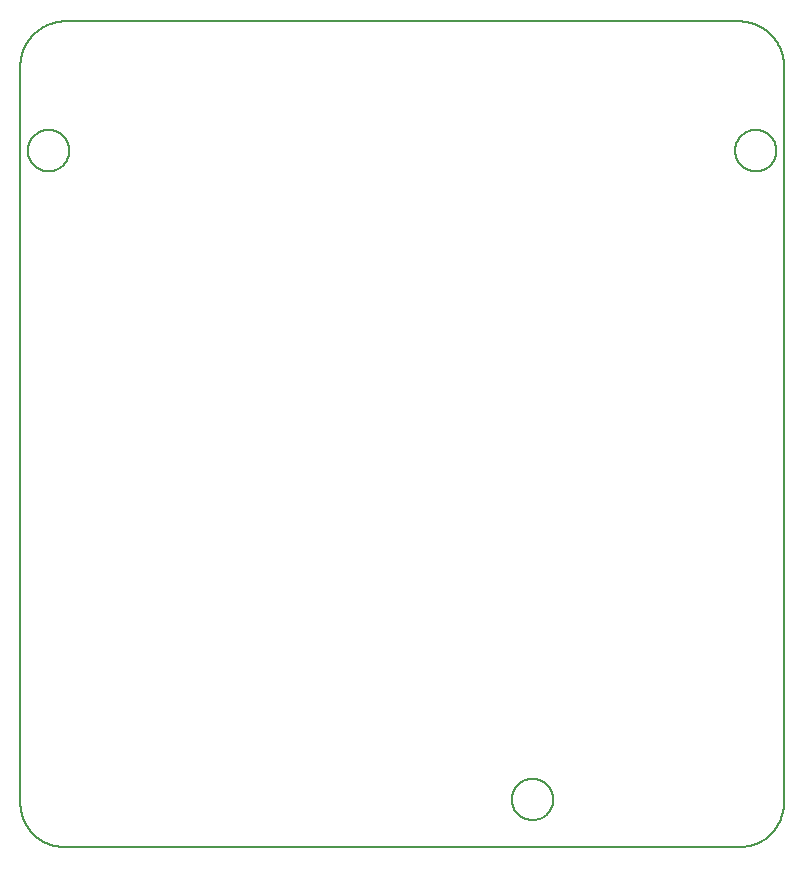
<source format=gm1>
G04 MADE WITH FRITZING*
G04 WWW.FRITZING.ORG*
G04 DOUBLE SIDED*
G04 HOLES PLATED*
G04 CONTOUR ON CENTER OF CONTOUR VECTOR*
%ASAXBY*%
%FSLAX23Y23*%
%MOIN*%
%OFA0B0*%
%SFA1.0B1.0*%
%ADD10C,0.008*%
%LNCONTOUR*%
G90*
G70*
G54D10*
X137Y2754D02*
X138Y2754D01*
X139Y2754D01*
X140Y2754D01*
X141Y2754D01*
X142Y2754D01*
X143Y2754D01*
X144Y2754D01*
X145Y2754D01*
X146Y2754D01*
X147Y2754D01*
X148Y2754D01*
X149Y2754D01*
X150Y2754D01*
X151Y2754D01*
X152Y2754D01*
X153Y2754D01*
X154Y2754D01*
X155Y2754D01*
X156Y2754D01*
X157Y2754D01*
X158Y2754D01*
X159Y2754D01*
X160Y2754D01*
X161Y2754D01*
X162Y2754D01*
X163Y2754D01*
X164Y2754D01*
X165Y2754D01*
X166Y2754D01*
X167Y2754D01*
X168Y2754D01*
X169Y2754D01*
X170Y2754D01*
X171Y2754D01*
X172Y2754D01*
X173Y2754D01*
X174Y2754D01*
X175Y2754D01*
X176Y2754D01*
X177Y2754D01*
X178Y2754D01*
X179Y2754D01*
X180Y2754D01*
X181Y2754D01*
X182Y2754D01*
X183Y2754D01*
X184Y2754D01*
X185Y2754D01*
X186Y2754D01*
X187Y2754D01*
X188Y2754D01*
X189Y2754D01*
X190Y2754D01*
X191Y2754D01*
X192Y2754D01*
X193Y2754D01*
X194Y2754D01*
X195Y2754D01*
X196Y2754D01*
X197Y2754D01*
X198Y2754D01*
X199Y2754D01*
X200Y2754D01*
X201Y2754D01*
X202Y2754D01*
X203Y2754D01*
X204Y2754D01*
X205Y2754D01*
X206Y2754D01*
X207Y2754D01*
X208Y2754D01*
X209Y2754D01*
X210Y2754D01*
X211Y2754D01*
X212Y2754D01*
X213Y2754D01*
X214Y2754D01*
X215Y2754D01*
X216Y2754D01*
X217Y2754D01*
X218Y2754D01*
X219Y2754D01*
X220Y2754D01*
X221Y2754D01*
X222Y2754D01*
X223Y2754D01*
X224Y2754D01*
X225Y2754D01*
X226Y2754D01*
X227Y2754D01*
X228Y2754D01*
X229Y2754D01*
X230Y2754D01*
X231Y2754D01*
X232Y2754D01*
X233Y2754D01*
X234Y2754D01*
X235Y2754D01*
X236Y2754D01*
X237Y2754D01*
X238Y2754D01*
X239Y2754D01*
X240Y2754D01*
X241Y2754D01*
X242Y2754D01*
X243Y2754D01*
X244Y2754D01*
X245Y2754D01*
X246Y2754D01*
X247Y2754D01*
X248Y2754D01*
X249Y2754D01*
X250Y2754D01*
X251Y2754D01*
X252Y2754D01*
X253Y2754D01*
X254Y2754D01*
X255Y2754D01*
X256Y2754D01*
X257Y2754D01*
X258Y2754D01*
X259Y2754D01*
X260Y2754D01*
X261Y2754D01*
X262Y2754D01*
X263Y2754D01*
X264Y2754D01*
X265Y2754D01*
X266Y2754D01*
X267Y2754D01*
X268Y2754D01*
X269Y2754D01*
X270Y2754D01*
X271Y2754D01*
X272Y2754D01*
X273Y2754D01*
X274Y2754D01*
X275Y2754D01*
X276Y2754D01*
X277Y2754D01*
X278Y2754D01*
X279Y2754D01*
X280Y2754D01*
X281Y2754D01*
X282Y2754D01*
X283Y2754D01*
X284Y2754D01*
X285Y2754D01*
X286Y2754D01*
X287Y2754D01*
X288Y2754D01*
X289Y2754D01*
X290Y2754D01*
X291Y2754D01*
X292Y2754D01*
X293Y2754D01*
X294Y2754D01*
X295Y2754D01*
X296Y2754D01*
X297Y2754D01*
X298Y2754D01*
X299Y2754D01*
X300Y2754D01*
X301Y2754D01*
X302Y2754D01*
X303Y2754D01*
X304Y2754D01*
X305Y2754D01*
X306Y2754D01*
X307Y2754D01*
X308Y2754D01*
X309Y2754D01*
X310Y2754D01*
X311Y2754D01*
X312Y2754D01*
X313Y2754D01*
X314Y2754D01*
X315Y2754D01*
X316Y2754D01*
X317Y2754D01*
X318Y2754D01*
X319Y2754D01*
X320Y2754D01*
X321Y2754D01*
X322Y2754D01*
X323Y2754D01*
X324Y2754D01*
X325Y2754D01*
X326Y2754D01*
X327Y2754D01*
X328Y2754D01*
X329Y2754D01*
X330Y2754D01*
X331Y2754D01*
X332Y2754D01*
X333Y2754D01*
X334Y2754D01*
X335Y2754D01*
X336Y2754D01*
X337Y2754D01*
X338Y2754D01*
X339Y2754D01*
X340Y2754D01*
X341Y2754D01*
X342Y2754D01*
X343Y2754D01*
X344Y2754D01*
X345Y2754D01*
X346Y2754D01*
X347Y2754D01*
X348Y2754D01*
X349Y2754D01*
X350Y2754D01*
X351Y2754D01*
X352Y2754D01*
X353Y2754D01*
X354Y2754D01*
X355Y2754D01*
X356Y2754D01*
X357Y2754D01*
X358Y2754D01*
X359Y2754D01*
X360Y2754D01*
X361Y2754D01*
X362Y2754D01*
X363Y2754D01*
X364Y2754D01*
X365Y2754D01*
X366Y2754D01*
X367Y2754D01*
X368Y2754D01*
X369Y2754D01*
X370Y2754D01*
X371Y2754D01*
X372Y2754D01*
X373Y2754D01*
X374Y2754D01*
X375Y2754D01*
X376Y2754D01*
X377Y2754D01*
X378Y2754D01*
X379Y2754D01*
X380Y2754D01*
X381Y2754D01*
X382Y2754D01*
X383Y2754D01*
X384Y2754D01*
X385Y2754D01*
X386Y2754D01*
X387Y2754D01*
X388Y2754D01*
X389Y2754D01*
X390Y2754D01*
X391Y2754D01*
X392Y2754D01*
X393Y2754D01*
X394Y2754D01*
X395Y2754D01*
X396Y2754D01*
X397Y2754D01*
X398Y2754D01*
X399Y2754D01*
X400Y2754D01*
X401Y2754D01*
X402Y2754D01*
X403Y2754D01*
X404Y2754D01*
X405Y2754D01*
X406Y2754D01*
X407Y2754D01*
X408Y2754D01*
X409Y2754D01*
X410Y2754D01*
X411Y2754D01*
X412Y2754D01*
X413Y2754D01*
X414Y2754D01*
X415Y2754D01*
X416Y2754D01*
X417Y2754D01*
X418Y2754D01*
X419Y2754D01*
X420Y2754D01*
X421Y2754D01*
X422Y2754D01*
X423Y2754D01*
X424Y2754D01*
X425Y2754D01*
X426Y2754D01*
X427Y2754D01*
X428Y2754D01*
X429Y2754D01*
X430Y2754D01*
X431Y2754D01*
X432Y2754D01*
X433Y2754D01*
X434Y2754D01*
X435Y2754D01*
X436Y2754D01*
X437Y2754D01*
X438Y2754D01*
X439Y2754D01*
X440Y2754D01*
X441Y2754D01*
X442Y2754D01*
X443Y2754D01*
X444Y2754D01*
X445Y2754D01*
X446Y2754D01*
X447Y2754D01*
X448Y2754D01*
X449Y2754D01*
X450Y2754D01*
X451Y2754D01*
X452Y2754D01*
X453Y2754D01*
X454Y2754D01*
X455Y2754D01*
X456Y2754D01*
X457Y2754D01*
X458Y2754D01*
X459Y2754D01*
X460Y2754D01*
X461Y2754D01*
X462Y2754D01*
X463Y2754D01*
X464Y2754D01*
X465Y2754D01*
X466Y2754D01*
X467Y2754D01*
X468Y2754D01*
X469Y2754D01*
X470Y2754D01*
X471Y2754D01*
X472Y2754D01*
X473Y2754D01*
X474Y2754D01*
X475Y2754D01*
X476Y2754D01*
X477Y2754D01*
X478Y2754D01*
X479Y2754D01*
X480Y2754D01*
X481Y2754D01*
X482Y2754D01*
X483Y2754D01*
X484Y2754D01*
X485Y2754D01*
X486Y2754D01*
X487Y2754D01*
X488Y2754D01*
X489Y2754D01*
X490Y2754D01*
X491Y2754D01*
X492Y2754D01*
X493Y2754D01*
X494Y2754D01*
X495Y2754D01*
X496Y2754D01*
X497Y2754D01*
X498Y2754D01*
X499Y2754D01*
X500Y2754D01*
X501Y2754D01*
X502Y2754D01*
X503Y2754D01*
X504Y2754D01*
X505Y2754D01*
X506Y2754D01*
X507Y2754D01*
X508Y2754D01*
X509Y2754D01*
X510Y2754D01*
X511Y2754D01*
X512Y2754D01*
X513Y2754D01*
X514Y2754D01*
X515Y2754D01*
X516Y2754D01*
X517Y2754D01*
X518Y2754D01*
X519Y2754D01*
X520Y2754D01*
X521Y2754D01*
X522Y2754D01*
X523Y2754D01*
X524Y2754D01*
X525Y2754D01*
X526Y2754D01*
X527Y2754D01*
X528Y2754D01*
X529Y2754D01*
X530Y2754D01*
X531Y2754D01*
X532Y2754D01*
X533Y2754D01*
X534Y2754D01*
X535Y2754D01*
X536Y2754D01*
X537Y2754D01*
X538Y2754D01*
X539Y2754D01*
X540Y2754D01*
X541Y2754D01*
X542Y2754D01*
X543Y2754D01*
X544Y2754D01*
X545Y2754D01*
X546Y2754D01*
X547Y2754D01*
X548Y2754D01*
X549Y2754D01*
X550Y2754D01*
X551Y2754D01*
X552Y2754D01*
X553Y2754D01*
X554Y2754D01*
X555Y2754D01*
X556Y2754D01*
X557Y2754D01*
X558Y2754D01*
X559Y2754D01*
X560Y2754D01*
X561Y2754D01*
X562Y2754D01*
X563Y2754D01*
X564Y2754D01*
X565Y2754D01*
X566Y2754D01*
X567Y2754D01*
X568Y2754D01*
X569Y2754D01*
X570Y2754D01*
X571Y2754D01*
X572Y2754D01*
X573Y2754D01*
X574Y2754D01*
X575Y2754D01*
X576Y2754D01*
X577Y2754D01*
X578Y2754D01*
X579Y2754D01*
X580Y2754D01*
X581Y2754D01*
X582Y2754D01*
X583Y2754D01*
X584Y2754D01*
X585Y2754D01*
X586Y2754D01*
X587Y2754D01*
X588Y2754D01*
X589Y2754D01*
X590Y2754D01*
X591Y2754D01*
X592Y2754D01*
X593Y2754D01*
X594Y2754D01*
X595Y2754D01*
X596Y2754D01*
X597Y2754D01*
X598Y2754D01*
X599Y2754D01*
X600Y2754D01*
X601Y2754D01*
X602Y2754D01*
X603Y2754D01*
X604Y2754D01*
X605Y2754D01*
X606Y2754D01*
X607Y2754D01*
X608Y2754D01*
X609Y2754D01*
X610Y2754D01*
X611Y2754D01*
X612Y2754D01*
X613Y2754D01*
X614Y2754D01*
X615Y2754D01*
X616Y2754D01*
X617Y2754D01*
X618Y2754D01*
X619Y2754D01*
X620Y2754D01*
X621Y2754D01*
X622Y2754D01*
X623Y2754D01*
X624Y2754D01*
X625Y2754D01*
X626Y2754D01*
X627Y2754D01*
X628Y2754D01*
X629Y2754D01*
X630Y2754D01*
X631Y2754D01*
X632Y2754D01*
X633Y2754D01*
X634Y2754D01*
X635Y2754D01*
X636Y2754D01*
X637Y2754D01*
X638Y2754D01*
X639Y2754D01*
X640Y2754D01*
X641Y2754D01*
X642Y2754D01*
X643Y2754D01*
X644Y2754D01*
X645Y2754D01*
X646Y2754D01*
X647Y2754D01*
X648Y2754D01*
X649Y2754D01*
X650Y2754D01*
X651Y2754D01*
X652Y2754D01*
X653Y2754D01*
X654Y2754D01*
X655Y2754D01*
X656Y2754D01*
X657Y2754D01*
X658Y2754D01*
X659Y2754D01*
X660Y2754D01*
X661Y2754D01*
X662Y2754D01*
X663Y2754D01*
X664Y2754D01*
X665Y2754D01*
X666Y2754D01*
X667Y2754D01*
X668Y2754D01*
X669Y2754D01*
X670Y2754D01*
X671Y2754D01*
X672Y2754D01*
X673Y2754D01*
X674Y2754D01*
X675Y2754D01*
X676Y2754D01*
X677Y2754D01*
X678Y2754D01*
X679Y2754D01*
X680Y2754D01*
X681Y2754D01*
X682Y2754D01*
X683Y2754D01*
X684Y2754D01*
X685Y2754D01*
X686Y2754D01*
X687Y2754D01*
X688Y2754D01*
X689Y2754D01*
X690Y2754D01*
X691Y2754D01*
X692Y2754D01*
X693Y2754D01*
X694Y2754D01*
X695Y2754D01*
X696Y2754D01*
X697Y2754D01*
X698Y2754D01*
X699Y2754D01*
X700Y2754D01*
X701Y2754D01*
X702Y2754D01*
X703Y2754D01*
X704Y2754D01*
X705Y2754D01*
X706Y2754D01*
X707Y2754D01*
X708Y2754D01*
X709Y2754D01*
X710Y2754D01*
X711Y2754D01*
X712Y2754D01*
X713Y2754D01*
X714Y2754D01*
X715Y2754D01*
X716Y2754D01*
X717Y2754D01*
X718Y2754D01*
X719Y2754D01*
X720Y2754D01*
X721Y2754D01*
X722Y2754D01*
X723Y2754D01*
X724Y2754D01*
X725Y2754D01*
X726Y2754D01*
X727Y2754D01*
X728Y2754D01*
X729Y2754D01*
X730Y2754D01*
X731Y2754D01*
X732Y2754D01*
X733Y2754D01*
X734Y2754D01*
X735Y2754D01*
X736Y2754D01*
X737Y2754D01*
X738Y2754D01*
X739Y2754D01*
X740Y2754D01*
X741Y2754D01*
X742Y2754D01*
X743Y2754D01*
X744Y2754D01*
X745Y2754D01*
X746Y2754D01*
X747Y2754D01*
X748Y2754D01*
X749Y2754D01*
X750Y2754D01*
X751Y2754D01*
X752Y2754D01*
X753Y2754D01*
X754Y2754D01*
X755Y2754D01*
X756Y2754D01*
X757Y2754D01*
X758Y2754D01*
X759Y2754D01*
X760Y2754D01*
X761Y2754D01*
X762Y2754D01*
X763Y2754D01*
X764Y2754D01*
X765Y2754D01*
X766Y2754D01*
X767Y2754D01*
X768Y2754D01*
X769Y2754D01*
X770Y2754D01*
X771Y2754D01*
X772Y2754D01*
X773Y2754D01*
X774Y2754D01*
X775Y2754D01*
X776Y2754D01*
X777Y2754D01*
X778Y2754D01*
X779Y2754D01*
X780Y2754D01*
X781Y2754D01*
X782Y2754D01*
X783Y2754D01*
X784Y2754D01*
X785Y2754D01*
X786Y2754D01*
X787Y2754D01*
X788Y2754D01*
X789Y2754D01*
X790Y2754D01*
X791Y2754D01*
X792Y2754D01*
X793Y2754D01*
X794Y2754D01*
X795Y2754D01*
X796Y2754D01*
X797Y2754D01*
X798Y2754D01*
X799Y2754D01*
X800Y2754D01*
X801Y2754D01*
X802Y2754D01*
X803Y2754D01*
X804Y2754D01*
X805Y2754D01*
X806Y2754D01*
X807Y2754D01*
X808Y2754D01*
X809Y2754D01*
X810Y2754D01*
X811Y2754D01*
X812Y2754D01*
X813Y2754D01*
X814Y2754D01*
X815Y2754D01*
X816Y2754D01*
X817Y2754D01*
X818Y2754D01*
X819Y2754D01*
X820Y2754D01*
X821Y2754D01*
X822Y2754D01*
X823Y2754D01*
X824Y2754D01*
X825Y2754D01*
X826Y2754D01*
X827Y2754D01*
X828Y2754D01*
X829Y2754D01*
X830Y2754D01*
X831Y2754D01*
X832Y2754D01*
X833Y2754D01*
X834Y2754D01*
X835Y2754D01*
X836Y2754D01*
X837Y2754D01*
X838Y2754D01*
X839Y2754D01*
X840Y2754D01*
X841Y2754D01*
X842Y2754D01*
X843Y2754D01*
X844Y2754D01*
X845Y2754D01*
X846Y2754D01*
X847Y2754D01*
X848Y2754D01*
X849Y2754D01*
X850Y2754D01*
X851Y2754D01*
X852Y2754D01*
X853Y2754D01*
X854Y2754D01*
X855Y2754D01*
X856Y2754D01*
X857Y2754D01*
X858Y2754D01*
X859Y2754D01*
X860Y2754D01*
X861Y2754D01*
X862Y2754D01*
X863Y2754D01*
X864Y2754D01*
X865Y2754D01*
X866Y2754D01*
X867Y2754D01*
X868Y2754D01*
X869Y2754D01*
X870Y2754D01*
X871Y2754D01*
X872Y2754D01*
X873Y2754D01*
X874Y2754D01*
X875Y2754D01*
X876Y2754D01*
X877Y2754D01*
X878Y2754D01*
X879Y2754D01*
X880Y2754D01*
X881Y2754D01*
X882Y2754D01*
X883Y2754D01*
X884Y2754D01*
X885Y2754D01*
X886Y2754D01*
X887Y2754D01*
X888Y2754D01*
X889Y2754D01*
X890Y2754D01*
X891Y2754D01*
X892Y2754D01*
X893Y2754D01*
X894Y2754D01*
X895Y2754D01*
X896Y2754D01*
X897Y2754D01*
X898Y2754D01*
X899Y2754D01*
X900Y2754D01*
X901Y2754D01*
X902Y2754D01*
X903Y2754D01*
X904Y2754D01*
X905Y2754D01*
X906Y2754D01*
X907Y2754D01*
X908Y2754D01*
X909Y2754D01*
X910Y2754D01*
X911Y2754D01*
X912Y2754D01*
X913Y2754D01*
X914Y2754D01*
X915Y2754D01*
X916Y2754D01*
X917Y2754D01*
X918Y2754D01*
X919Y2754D01*
X920Y2754D01*
X921Y2754D01*
X922Y2754D01*
X923Y2754D01*
X924Y2754D01*
X925Y2754D01*
X926Y2754D01*
X927Y2754D01*
X928Y2754D01*
X929Y2754D01*
X930Y2754D01*
X931Y2754D01*
X932Y2754D01*
X933Y2754D01*
X934Y2754D01*
X935Y2754D01*
X936Y2754D01*
X937Y2754D01*
X938Y2754D01*
X939Y2754D01*
X940Y2754D01*
X941Y2754D01*
X942Y2754D01*
X943Y2754D01*
X944Y2754D01*
X945Y2754D01*
X946Y2754D01*
X947Y2754D01*
X948Y2754D01*
X949Y2754D01*
X950Y2754D01*
X951Y2754D01*
X952Y2754D01*
X953Y2754D01*
X954Y2754D01*
X955Y2754D01*
X956Y2754D01*
X957Y2754D01*
X958Y2754D01*
X959Y2754D01*
X960Y2754D01*
X961Y2754D01*
X962Y2754D01*
X963Y2754D01*
X964Y2754D01*
X965Y2754D01*
X966Y2754D01*
X967Y2754D01*
X968Y2754D01*
X969Y2754D01*
X970Y2754D01*
X971Y2754D01*
X972Y2754D01*
X973Y2754D01*
X974Y2754D01*
X975Y2754D01*
X976Y2754D01*
X977Y2754D01*
X978Y2754D01*
X979Y2754D01*
X980Y2754D01*
X981Y2754D01*
X982Y2754D01*
X983Y2754D01*
X984Y2754D01*
X985Y2754D01*
X986Y2754D01*
X987Y2754D01*
X988Y2754D01*
X989Y2754D01*
X990Y2754D01*
X991Y2754D01*
X992Y2754D01*
X993Y2754D01*
X994Y2754D01*
X995Y2754D01*
X996Y2754D01*
X997Y2754D01*
X998Y2754D01*
X999Y2754D01*
X1000Y2754D01*
X1001Y2754D01*
X1002Y2754D01*
X1003Y2754D01*
X1004Y2754D01*
X1005Y2754D01*
X1006Y2754D01*
X1007Y2754D01*
X1008Y2754D01*
X1009Y2754D01*
X1010Y2754D01*
X1011Y2754D01*
X1012Y2754D01*
X1013Y2754D01*
X1014Y2754D01*
X1015Y2754D01*
X1016Y2754D01*
X1017Y2754D01*
X1018Y2754D01*
X1019Y2754D01*
X1020Y2754D01*
X1021Y2754D01*
X1022Y2754D01*
X1023Y2754D01*
X1024Y2754D01*
X1025Y2754D01*
X1026Y2754D01*
X1027Y2754D01*
X1028Y2754D01*
X1029Y2754D01*
X1030Y2754D01*
X1031Y2754D01*
X1032Y2754D01*
X1033Y2754D01*
X1034Y2754D01*
X1035Y2754D01*
X1036Y2754D01*
X1037Y2754D01*
X1038Y2754D01*
X1039Y2754D01*
X1040Y2754D01*
X1041Y2754D01*
X1042Y2754D01*
X1043Y2754D01*
X1044Y2754D01*
X1045Y2754D01*
X1046Y2754D01*
X1047Y2754D01*
X1048Y2754D01*
X1049Y2754D01*
X1050Y2754D01*
X1051Y2754D01*
X1052Y2754D01*
X1053Y2754D01*
X1054Y2754D01*
X1055Y2754D01*
X1056Y2754D01*
X1057Y2754D01*
X1058Y2754D01*
X1059Y2754D01*
X1060Y2754D01*
X1061Y2754D01*
X1062Y2754D01*
X1063Y2754D01*
X1064Y2754D01*
X1065Y2754D01*
X1066Y2754D01*
X1067Y2754D01*
X1068Y2754D01*
X1069Y2754D01*
X1070Y2754D01*
X1071Y2754D01*
X1072Y2754D01*
X1073Y2754D01*
X1074Y2754D01*
X1075Y2754D01*
X1076Y2754D01*
X1077Y2754D01*
X1078Y2754D01*
X1079Y2754D01*
X1080Y2754D01*
X1081Y2754D01*
X1082Y2754D01*
X1083Y2754D01*
X1084Y2754D01*
X1085Y2754D01*
X1086Y2754D01*
X1087Y2754D01*
X1088Y2754D01*
X1089Y2754D01*
X1090Y2754D01*
X1091Y2754D01*
X1092Y2754D01*
X1093Y2754D01*
X1094Y2754D01*
X1095Y2754D01*
X1096Y2754D01*
X1097Y2754D01*
X1098Y2754D01*
X1099Y2754D01*
X1100Y2754D01*
X1101Y2754D01*
X1102Y2754D01*
X1103Y2754D01*
X1104Y2754D01*
X1105Y2754D01*
X1106Y2754D01*
X1107Y2754D01*
X1108Y2754D01*
X1109Y2754D01*
X1110Y2754D01*
X1111Y2754D01*
X1112Y2754D01*
X1113Y2754D01*
X1114Y2754D01*
X1115Y2754D01*
X1116Y2754D01*
X1117Y2754D01*
X1118Y2754D01*
X1119Y2754D01*
X1120Y2754D01*
X1121Y2754D01*
X1122Y2754D01*
X1123Y2754D01*
X1124Y2754D01*
X1125Y2754D01*
X1126Y2754D01*
X1127Y2754D01*
X1128Y2754D01*
X1129Y2754D01*
X1130Y2754D01*
X1131Y2754D01*
X1132Y2754D01*
X1133Y2754D01*
X1134Y2754D01*
X1135Y2754D01*
X1136Y2754D01*
X1137Y2754D01*
X1138Y2754D01*
X1139Y2754D01*
X1140Y2754D01*
X1141Y2754D01*
X1142Y2754D01*
X1143Y2754D01*
X1144Y2754D01*
X1145Y2754D01*
X1146Y2754D01*
X1147Y2754D01*
X1148Y2754D01*
X1149Y2754D01*
X1150Y2754D01*
X1151Y2754D01*
X1152Y2754D01*
X1153Y2754D01*
X1154Y2754D01*
X1155Y2754D01*
X1156Y2754D01*
X1157Y2754D01*
X1158Y2754D01*
X1159Y2754D01*
X1160Y2754D01*
X1161Y2754D01*
X1162Y2754D01*
X1163Y2754D01*
X1164Y2754D01*
X1165Y2754D01*
X1166Y2754D01*
X1167Y2754D01*
X1168Y2754D01*
X1169Y2754D01*
X1170Y2754D01*
X1171Y2754D01*
X1172Y2754D01*
X1173Y2754D01*
X1174Y2754D01*
X1175Y2754D01*
X1176Y2754D01*
X1177Y2754D01*
X1178Y2754D01*
X1179Y2754D01*
X1180Y2754D01*
X1181Y2754D01*
X1182Y2754D01*
X1183Y2754D01*
X1184Y2754D01*
X1185Y2754D01*
X1186Y2754D01*
X1187Y2754D01*
X1188Y2754D01*
X1189Y2754D01*
X1190Y2754D01*
X1191Y2754D01*
X1192Y2754D01*
X1193Y2754D01*
X1194Y2754D01*
X1195Y2754D01*
X1196Y2754D01*
X1197Y2754D01*
X1198Y2754D01*
X1199Y2754D01*
X1200Y2754D01*
X1201Y2754D01*
X1202Y2754D01*
X1203Y2754D01*
X1204Y2754D01*
X1205Y2754D01*
X1206Y2754D01*
X1207Y2754D01*
X1208Y2754D01*
X1209Y2754D01*
X1210Y2754D01*
X1211Y2754D01*
X1212Y2754D01*
X1213Y2754D01*
X1214Y2754D01*
X1215Y2754D01*
X1216Y2754D01*
X1217Y2754D01*
X1218Y2754D01*
X1219Y2754D01*
X1220Y2754D01*
X1221Y2754D01*
X1222Y2754D01*
X1223Y2754D01*
X1224Y2754D01*
X1225Y2754D01*
X1226Y2754D01*
X1227Y2754D01*
X1228Y2754D01*
X1229Y2754D01*
X1230Y2754D01*
X1231Y2754D01*
X1232Y2754D01*
X1233Y2754D01*
X1234Y2754D01*
X1235Y2754D01*
X1236Y2754D01*
X1237Y2754D01*
X1238Y2754D01*
X1239Y2754D01*
X1240Y2754D01*
X1241Y2754D01*
X1242Y2754D01*
X1243Y2754D01*
X1244Y2754D01*
X1245Y2754D01*
X1246Y2754D01*
X1247Y2754D01*
X1248Y2754D01*
X1249Y2754D01*
X1250Y2754D01*
X1251Y2754D01*
X1252Y2754D01*
X1253Y2754D01*
X1254Y2754D01*
X1255Y2754D01*
X1256Y2754D01*
X1257Y2754D01*
X1258Y2754D01*
X1259Y2754D01*
X1260Y2754D01*
X1261Y2754D01*
X1262Y2754D01*
X1263Y2754D01*
X1264Y2754D01*
X1265Y2754D01*
X1266Y2754D01*
X1267Y2754D01*
X1268Y2754D01*
X1269Y2754D01*
X1270Y2754D01*
X1271Y2754D01*
X1272Y2754D01*
X1273Y2754D01*
X1274Y2754D01*
X1275Y2754D01*
X1276Y2754D01*
X1277Y2754D01*
X1278Y2754D01*
X1279Y2754D01*
X1280Y2754D01*
X1281Y2754D01*
X1282Y2754D01*
X1283Y2754D01*
X1284Y2754D01*
X1285Y2754D01*
X1286Y2754D01*
X1287Y2754D01*
X1288Y2754D01*
X1289Y2754D01*
X1290Y2754D01*
X1291Y2754D01*
X1292Y2754D01*
X1293Y2754D01*
X1294Y2754D01*
X1295Y2754D01*
X1296Y2754D01*
X1297Y2754D01*
X1298Y2754D01*
X1299Y2754D01*
X1300Y2754D01*
X1301Y2754D01*
X1302Y2754D01*
X1303Y2754D01*
X1304Y2754D01*
X1305Y2754D01*
X1306Y2754D01*
X1307Y2754D01*
X1308Y2754D01*
X1309Y2754D01*
X1310Y2754D01*
X1311Y2754D01*
X1312Y2754D01*
X1313Y2754D01*
X1314Y2754D01*
X1315Y2754D01*
X1316Y2754D01*
X1317Y2754D01*
X1318Y2754D01*
X1319Y2754D01*
X1320Y2754D01*
X1321Y2754D01*
X1322Y2754D01*
X1323Y2754D01*
X1324Y2754D01*
X1325Y2754D01*
X1326Y2754D01*
X1327Y2754D01*
X1328Y2754D01*
X1329Y2754D01*
X1330Y2754D01*
X1331Y2754D01*
X1332Y2754D01*
X1333Y2754D01*
X1334Y2754D01*
X1335Y2754D01*
X1336Y2754D01*
X1337Y2754D01*
X1338Y2754D01*
X1339Y2754D01*
X1340Y2754D01*
X1341Y2754D01*
X1342Y2754D01*
X1343Y2754D01*
X1344Y2754D01*
X1345Y2754D01*
X1346Y2754D01*
X1347Y2754D01*
X1348Y2754D01*
X1349Y2754D01*
X1350Y2754D01*
X1351Y2754D01*
X1352Y2754D01*
X1353Y2754D01*
X1354Y2754D01*
X1355Y2754D01*
X1356Y2754D01*
X1357Y2754D01*
X1358Y2754D01*
X1359Y2754D01*
X1360Y2754D01*
X1361Y2754D01*
X1362Y2754D01*
X1363Y2754D01*
X1364Y2754D01*
X1365Y2754D01*
X1366Y2754D01*
X1367Y2754D01*
X1368Y2754D01*
X1369Y2754D01*
X1370Y2754D01*
X1371Y2754D01*
X1372Y2754D01*
X1373Y2754D01*
X1374Y2754D01*
X1375Y2754D01*
X1376Y2754D01*
X1377Y2754D01*
X1378Y2754D01*
X1379Y2754D01*
X1380Y2754D01*
X1381Y2754D01*
X1382Y2754D01*
X1383Y2754D01*
X1384Y2754D01*
X1385Y2754D01*
X1386Y2754D01*
X1387Y2754D01*
X1388Y2754D01*
X1389Y2754D01*
X1390Y2754D01*
X1391Y2754D01*
X1392Y2754D01*
X1393Y2754D01*
X1394Y2754D01*
X1395Y2754D01*
X1396Y2754D01*
X1397Y2754D01*
X1398Y2754D01*
X1399Y2754D01*
X1400Y2754D01*
X1401Y2754D01*
X1402Y2754D01*
X1403Y2754D01*
X1404Y2754D01*
X1405Y2754D01*
X1406Y2754D01*
X1407Y2754D01*
X1408Y2754D01*
X1409Y2754D01*
X1410Y2754D01*
X1411Y2754D01*
X1412Y2754D01*
X1413Y2754D01*
X1414Y2754D01*
X1415Y2754D01*
X1416Y2754D01*
X1417Y2754D01*
X1418Y2754D01*
X1419Y2754D01*
X1420Y2754D01*
X1421Y2754D01*
X1422Y2754D01*
X1423Y2754D01*
X1424Y2754D01*
X1425Y2754D01*
X1426Y2754D01*
X1427Y2754D01*
X1428Y2754D01*
X1429Y2754D01*
X1430Y2754D01*
X1431Y2754D01*
X1432Y2754D01*
X1433Y2754D01*
X1434Y2754D01*
X1435Y2754D01*
X1436Y2754D01*
X1437Y2754D01*
X1438Y2754D01*
X1439Y2754D01*
X1440Y2754D01*
X1441Y2754D01*
X1442Y2754D01*
X1443Y2754D01*
X1444Y2754D01*
X1445Y2754D01*
X1446Y2754D01*
X1447Y2754D01*
X1448Y2754D01*
X1449Y2754D01*
X1450Y2754D01*
X1451Y2754D01*
X1452Y2754D01*
X1453Y2754D01*
X1454Y2754D01*
X1455Y2754D01*
X1456Y2754D01*
X1457Y2754D01*
X1458Y2754D01*
X1459Y2754D01*
X1460Y2754D01*
X1461Y2754D01*
X1462Y2754D01*
X1463Y2754D01*
X1464Y2754D01*
X1465Y2754D01*
X1466Y2754D01*
X1467Y2754D01*
X1468Y2754D01*
X1469Y2754D01*
X1470Y2754D01*
X1471Y2754D01*
X1472Y2754D01*
X1473Y2754D01*
X1474Y2754D01*
X1475Y2754D01*
X1476Y2754D01*
X1477Y2754D01*
X1478Y2754D01*
X1479Y2754D01*
X1480Y2754D01*
X1481Y2754D01*
X1482Y2754D01*
X1483Y2754D01*
X1484Y2754D01*
X1485Y2754D01*
X1486Y2754D01*
X1487Y2754D01*
X1488Y2754D01*
X1489Y2754D01*
X1490Y2754D01*
X1491Y2754D01*
X1492Y2754D01*
X1493Y2754D01*
X1494Y2754D01*
X1495Y2754D01*
X1496Y2754D01*
X1497Y2754D01*
X1498Y2754D01*
X1499Y2754D01*
X1500Y2754D01*
X1501Y2754D01*
X1502Y2754D01*
X1503Y2754D01*
X1504Y2754D01*
X1505Y2754D01*
X1506Y2754D01*
X1507Y2754D01*
X1508Y2754D01*
X1509Y2754D01*
X1510Y2754D01*
X1511Y2754D01*
X1512Y2754D01*
X1513Y2754D01*
X1514Y2754D01*
X1515Y2754D01*
X1516Y2754D01*
X1517Y2754D01*
X1518Y2754D01*
X1519Y2754D01*
X1520Y2754D01*
X1521Y2754D01*
X1522Y2754D01*
X1523Y2754D01*
X1524Y2754D01*
X1525Y2754D01*
X1526Y2754D01*
X1527Y2754D01*
X1528Y2754D01*
X1529Y2754D01*
X1530Y2754D01*
X1531Y2754D01*
X1532Y2754D01*
X1533Y2754D01*
X1534Y2754D01*
X1535Y2754D01*
X1536Y2754D01*
X1537Y2754D01*
X1538Y2754D01*
X1539Y2754D01*
X1540Y2754D01*
X1541Y2754D01*
X1542Y2754D01*
X1543Y2754D01*
X1544Y2754D01*
X1545Y2754D01*
X1546Y2754D01*
X1547Y2754D01*
X1548Y2754D01*
X1549Y2754D01*
X1550Y2754D01*
X1551Y2754D01*
X1552Y2754D01*
X1553Y2754D01*
X1554Y2754D01*
X1555Y2754D01*
X1556Y2754D01*
X1557Y2754D01*
X1558Y2754D01*
X1559Y2754D01*
X1560Y2754D01*
X1561Y2754D01*
X1562Y2754D01*
X1563Y2754D01*
X1564Y2754D01*
X1565Y2754D01*
X1566Y2754D01*
X1567Y2754D01*
X1568Y2754D01*
X1569Y2754D01*
X1570Y2754D01*
X1571Y2754D01*
X1572Y2754D01*
X1573Y2754D01*
X1574Y2754D01*
X1575Y2754D01*
X1576Y2754D01*
X1577Y2754D01*
X1578Y2754D01*
X1579Y2754D01*
X1580Y2754D01*
X1581Y2754D01*
X1582Y2754D01*
X1583Y2754D01*
X1584Y2754D01*
X1585Y2754D01*
X1586Y2754D01*
X1587Y2754D01*
X1588Y2754D01*
X1589Y2754D01*
X1590Y2754D01*
X1591Y2754D01*
X1592Y2754D01*
X1593Y2754D01*
X1594Y2754D01*
X1595Y2754D01*
X1596Y2754D01*
X1597Y2754D01*
X1598Y2754D01*
X1599Y2754D01*
X1600Y2754D01*
X1601Y2754D01*
X1602Y2754D01*
X1603Y2754D01*
X1604Y2754D01*
X1605Y2754D01*
X1606Y2754D01*
X1607Y2754D01*
X1608Y2754D01*
X1609Y2754D01*
X1610Y2754D01*
X1611Y2754D01*
X1612Y2754D01*
X1613Y2754D01*
X1614Y2754D01*
X1615Y2754D01*
X1616Y2754D01*
X1617Y2754D01*
X1618Y2754D01*
X1619Y2754D01*
X1620Y2754D01*
X1621Y2754D01*
X1622Y2754D01*
X1623Y2754D01*
X1624Y2754D01*
X1625Y2754D01*
X1626Y2754D01*
X1627Y2754D01*
X1628Y2754D01*
X1629Y2754D01*
X1630Y2754D01*
X1631Y2754D01*
X1632Y2754D01*
X1633Y2754D01*
X1634Y2754D01*
X1635Y2754D01*
X1636Y2754D01*
X1637Y2754D01*
X1638Y2754D01*
X1639Y2754D01*
X1640Y2754D01*
X1641Y2754D01*
X1642Y2754D01*
X1643Y2754D01*
X1644Y2754D01*
X1645Y2754D01*
X1646Y2754D01*
X1647Y2754D01*
X1648Y2754D01*
X1649Y2754D01*
X1650Y2754D01*
X1651Y2754D01*
X1652Y2754D01*
X1653Y2754D01*
X1654Y2754D01*
X1655Y2754D01*
X1656Y2754D01*
X1657Y2754D01*
X1658Y2754D01*
X1659Y2754D01*
X1660Y2754D01*
X1661Y2754D01*
X1662Y2754D01*
X1663Y2754D01*
X1664Y2754D01*
X1665Y2754D01*
X1666Y2754D01*
X1667Y2754D01*
X1668Y2754D01*
X1669Y2754D01*
X1670Y2754D01*
X1671Y2754D01*
X1672Y2754D01*
X1673Y2754D01*
X1674Y2754D01*
X1675Y2754D01*
X1676Y2754D01*
X1677Y2754D01*
X1678Y2754D01*
X1679Y2754D01*
X1680Y2754D01*
X1681Y2754D01*
X1682Y2754D01*
X1683Y2754D01*
X1684Y2754D01*
X1685Y2754D01*
X1686Y2754D01*
X1687Y2754D01*
X1688Y2754D01*
X1689Y2754D01*
X1690Y2754D01*
X1691Y2754D01*
X1692Y2754D01*
X1693Y2754D01*
X1694Y2754D01*
X1695Y2754D01*
X1696Y2754D01*
X1697Y2754D01*
X1698Y2754D01*
X1699Y2754D01*
X1700Y2754D01*
X1701Y2754D01*
X1702Y2754D01*
X1703Y2754D01*
X1704Y2754D01*
X1705Y2754D01*
X1706Y2754D01*
X1707Y2754D01*
X1708Y2754D01*
X1709Y2754D01*
X1710Y2754D01*
X1711Y2754D01*
X1712Y2754D01*
X1713Y2754D01*
X1714Y2754D01*
X1715Y2754D01*
X1716Y2754D01*
X1717Y2754D01*
X1718Y2754D01*
X1719Y2754D01*
X1720Y2754D01*
X1721Y2754D01*
X1722Y2754D01*
X1723Y2754D01*
X1724Y2754D01*
X1725Y2754D01*
X1726Y2754D01*
X1727Y2754D01*
X1728Y2754D01*
X1729Y2754D01*
X1730Y2754D01*
X1731Y2754D01*
X1732Y2754D01*
X1733Y2754D01*
X1734Y2754D01*
X1735Y2754D01*
X1736Y2754D01*
X1737Y2754D01*
X1738Y2754D01*
X1739Y2754D01*
X1740Y2754D01*
X1741Y2754D01*
X1742Y2754D01*
X1743Y2754D01*
X1744Y2754D01*
X1745Y2754D01*
X1746Y2754D01*
X1747Y2754D01*
X1748Y2754D01*
X1749Y2754D01*
X1750Y2754D01*
X1751Y2754D01*
X1752Y2754D01*
X1753Y2754D01*
X1754Y2754D01*
X1755Y2754D01*
X1756Y2754D01*
X1757Y2754D01*
X1758Y2754D01*
X1759Y2754D01*
X1760Y2754D01*
X1761Y2754D01*
X1762Y2754D01*
X1763Y2754D01*
X1764Y2754D01*
X1765Y2754D01*
X1766Y2754D01*
X1767Y2754D01*
X1768Y2754D01*
X1769Y2754D01*
X1770Y2754D01*
X1771Y2754D01*
X1772Y2754D01*
X1773Y2754D01*
X1774Y2754D01*
X1775Y2754D01*
X1776Y2754D01*
X1777Y2754D01*
X1778Y2754D01*
X1779Y2754D01*
X1780Y2754D01*
X1781Y2754D01*
X1782Y2754D01*
X1783Y2754D01*
X1784Y2754D01*
X1785Y2754D01*
X1786Y2754D01*
X1787Y2754D01*
X1788Y2754D01*
X1789Y2754D01*
X1790Y2754D01*
X1791Y2754D01*
X1792Y2754D01*
X1793Y2754D01*
X1794Y2754D01*
X1795Y2754D01*
X1796Y2754D01*
X1797Y2754D01*
X1798Y2754D01*
X1799Y2754D01*
X1800Y2754D01*
X1801Y2754D01*
X1802Y2754D01*
X1803Y2754D01*
X1804Y2754D01*
X1805Y2754D01*
X1806Y2754D01*
X1807Y2754D01*
X1808Y2754D01*
X1809Y2754D01*
X1810Y2754D01*
X1811Y2754D01*
X1812Y2754D01*
X1813Y2754D01*
X1814Y2754D01*
X1815Y2754D01*
X1816Y2754D01*
X1817Y2754D01*
X1818Y2754D01*
X1819Y2754D01*
X1820Y2754D01*
X1821Y2754D01*
X1822Y2754D01*
X1823Y2754D01*
X1824Y2754D01*
X1825Y2754D01*
X1826Y2754D01*
X1827Y2754D01*
X1828Y2754D01*
X1829Y2754D01*
X1830Y2754D01*
X1831Y2754D01*
X1832Y2754D01*
X1833Y2754D01*
X1834Y2754D01*
X1835Y2754D01*
X1836Y2754D01*
X1837Y2754D01*
X1838Y2754D01*
X1839Y2754D01*
X1840Y2754D01*
X1841Y2754D01*
X1842Y2754D01*
X1843Y2754D01*
X1844Y2754D01*
X1845Y2754D01*
X1846Y2754D01*
X1847Y2754D01*
X1848Y2754D01*
X1849Y2754D01*
X1850Y2754D01*
X1851Y2754D01*
X1852Y2754D01*
X1853Y2754D01*
X1854Y2754D01*
X1855Y2754D01*
X1856Y2754D01*
X1857Y2754D01*
X1858Y2754D01*
X1859Y2754D01*
X1860Y2754D01*
X1861Y2754D01*
X1862Y2754D01*
X1863Y2754D01*
X1864Y2754D01*
X1865Y2754D01*
X1866Y2754D01*
X1867Y2754D01*
X1868Y2754D01*
X1869Y2754D01*
X1870Y2754D01*
X1871Y2754D01*
X1872Y2754D01*
X1873Y2754D01*
X1874Y2754D01*
X1875Y2754D01*
X1876Y2754D01*
X1877Y2754D01*
X1878Y2754D01*
X1879Y2754D01*
X1880Y2754D01*
X1881Y2754D01*
X1882Y2754D01*
X1883Y2754D01*
X1884Y2754D01*
X1885Y2754D01*
X1886Y2754D01*
X1887Y2754D01*
X1888Y2754D01*
X1889Y2754D01*
X1890Y2754D01*
X1891Y2754D01*
X1892Y2754D01*
X1893Y2754D01*
X1894Y2754D01*
X1895Y2754D01*
X1896Y2754D01*
X1897Y2754D01*
X1898Y2754D01*
X1899Y2754D01*
X1900Y2754D01*
X1901Y2754D01*
X1902Y2754D01*
X1903Y2754D01*
X1904Y2754D01*
X1905Y2754D01*
X1906Y2754D01*
X1907Y2754D01*
X1908Y2754D01*
X1909Y2754D01*
X1910Y2754D01*
X1911Y2754D01*
X1912Y2754D01*
X1913Y2754D01*
X1914Y2754D01*
X1915Y2754D01*
X1916Y2754D01*
X1917Y2754D01*
X1918Y2754D01*
X1919Y2754D01*
X1920Y2754D01*
X1921Y2754D01*
X1922Y2754D01*
X1923Y2754D01*
X1924Y2754D01*
X1925Y2754D01*
X1926Y2754D01*
X1927Y2754D01*
X1928Y2754D01*
X1929Y2754D01*
X1930Y2754D01*
X1931Y2754D01*
X1932Y2754D01*
X1933Y2754D01*
X1934Y2754D01*
X1935Y2754D01*
X1936Y2754D01*
X1937Y2754D01*
X1938Y2754D01*
X1939Y2754D01*
X1940Y2754D01*
X1941Y2754D01*
X1942Y2754D01*
X1943Y2754D01*
X1944Y2754D01*
X1945Y2754D01*
X1946Y2754D01*
X1947Y2754D01*
X1948Y2754D01*
X1949Y2754D01*
X1950Y2754D01*
X1951Y2754D01*
X1952Y2754D01*
X1953Y2754D01*
X1954Y2754D01*
X1955Y2754D01*
X1956Y2754D01*
X1957Y2754D01*
X1958Y2754D01*
X1959Y2754D01*
X1960Y2754D01*
X1961Y2754D01*
X1962Y2754D01*
X1963Y2754D01*
X1964Y2754D01*
X1965Y2754D01*
X1966Y2754D01*
X1967Y2754D01*
X1968Y2754D01*
X1969Y2754D01*
X1970Y2754D01*
X1971Y2754D01*
X1972Y2754D01*
X1973Y2754D01*
X1974Y2754D01*
X1975Y2754D01*
X1976Y2754D01*
X1977Y2754D01*
X1978Y2754D01*
X1979Y2754D01*
X1980Y2754D01*
X1981Y2754D01*
X1982Y2754D01*
X1983Y2754D01*
X1984Y2754D01*
X1985Y2754D01*
X1986Y2754D01*
X1987Y2754D01*
X1988Y2754D01*
X1989Y2754D01*
X1990Y2754D01*
X1991Y2754D01*
X1992Y2754D01*
X1993Y2754D01*
X1994Y2754D01*
X1995Y2754D01*
X1996Y2754D01*
X1997Y2754D01*
X1998Y2754D01*
X1999Y2754D01*
X2000Y2754D01*
X2001Y2754D01*
X2002Y2754D01*
X2003Y2754D01*
X2004Y2754D01*
X2005Y2754D01*
X2006Y2754D01*
X2007Y2754D01*
X2008Y2754D01*
X2009Y2754D01*
X2010Y2754D01*
X2011Y2754D01*
X2012Y2754D01*
X2013Y2754D01*
X2014Y2754D01*
X2015Y2754D01*
X2016Y2754D01*
X2017Y2754D01*
X2018Y2754D01*
X2019Y2754D01*
X2020Y2754D01*
X2021Y2754D01*
X2022Y2754D01*
X2023Y2754D01*
X2024Y2754D01*
X2025Y2754D01*
X2026Y2754D01*
X2027Y2754D01*
X2028Y2754D01*
X2029Y2754D01*
X2030Y2754D01*
X2031Y2754D01*
X2032Y2754D01*
X2033Y2754D01*
X2034Y2754D01*
X2035Y2754D01*
X2036Y2754D01*
X2037Y2754D01*
X2038Y2754D01*
X2039Y2754D01*
X2040Y2754D01*
X2041Y2754D01*
X2042Y2754D01*
X2043Y2754D01*
X2044Y2754D01*
X2045Y2754D01*
X2046Y2754D01*
X2047Y2754D01*
X2048Y2754D01*
X2049Y2754D01*
X2050Y2754D01*
X2051Y2754D01*
X2052Y2754D01*
X2053Y2754D01*
X2054Y2754D01*
X2055Y2754D01*
X2056Y2754D01*
X2057Y2754D01*
X2058Y2754D01*
X2059Y2754D01*
X2060Y2754D01*
X2061Y2754D01*
X2062Y2754D01*
X2063Y2754D01*
X2064Y2754D01*
X2065Y2754D01*
X2066Y2754D01*
X2067Y2754D01*
X2068Y2754D01*
X2069Y2754D01*
X2070Y2754D01*
X2071Y2754D01*
X2072Y2754D01*
X2073Y2754D01*
X2074Y2754D01*
X2075Y2754D01*
X2076Y2754D01*
X2077Y2754D01*
X2078Y2754D01*
X2079Y2754D01*
X2080Y2754D01*
X2081Y2754D01*
X2082Y2754D01*
X2083Y2754D01*
X2084Y2754D01*
X2085Y2754D01*
X2086Y2754D01*
X2087Y2754D01*
X2088Y2754D01*
X2089Y2754D01*
X2090Y2754D01*
X2091Y2754D01*
X2092Y2754D01*
X2093Y2754D01*
X2094Y2754D01*
X2095Y2754D01*
X2096Y2754D01*
X2097Y2754D01*
X2098Y2754D01*
X2099Y2754D01*
X2100Y2754D01*
X2101Y2754D01*
X2102Y2754D01*
X2103Y2754D01*
X2104Y2754D01*
X2105Y2754D01*
X2106Y2754D01*
X2107Y2754D01*
X2108Y2754D01*
X2109Y2754D01*
X2110Y2754D01*
X2111Y2754D01*
X2112Y2754D01*
X2113Y2754D01*
X2114Y2754D01*
X2115Y2754D01*
X2116Y2754D01*
X2117Y2754D01*
X2118Y2754D01*
X2119Y2754D01*
X2120Y2754D01*
X2121Y2754D01*
X2122Y2754D01*
X2123Y2754D01*
X2124Y2754D01*
X2125Y2754D01*
X2126Y2754D01*
X2127Y2754D01*
X2128Y2754D01*
X2129Y2754D01*
X2130Y2754D01*
X2131Y2754D01*
X2132Y2754D01*
X2133Y2754D01*
X2134Y2754D01*
X2135Y2754D01*
X2136Y2754D01*
X2137Y2754D01*
X2138Y2754D01*
X2139Y2754D01*
X2140Y2754D01*
X2141Y2754D01*
X2142Y2754D01*
X2143Y2754D01*
X2144Y2754D01*
X2145Y2754D01*
X2146Y2754D01*
X2147Y2754D01*
X2148Y2754D01*
X2149Y2754D01*
X2150Y2754D01*
X2151Y2754D01*
X2152Y2754D01*
X2153Y2754D01*
X2154Y2754D01*
X2155Y2754D01*
X2156Y2754D01*
X2157Y2754D01*
X2158Y2754D01*
X2159Y2754D01*
X2160Y2754D01*
X2161Y2754D01*
X2162Y2754D01*
X2163Y2754D01*
X2164Y2754D01*
X2165Y2754D01*
X2166Y2754D01*
X2167Y2754D01*
X2168Y2754D01*
X2169Y2754D01*
X2170Y2754D01*
X2171Y2754D01*
X2172Y2754D01*
X2173Y2754D01*
X2174Y2754D01*
X2175Y2754D01*
X2176Y2754D01*
X2177Y2754D01*
X2178Y2754D01*
X2179Y2754D01*
X2180Y2754D01*
X2181Y2754D01*
X2182Y2754D01*
X2183Y2754D01*
X2184Y2754D01*
X2185Y2754D01*
X2186Y2754D01*
X2187Y2754D01*
X2188Y2754D01*
X2189Y2754D01*
X2190Y2754D01*
X2191Y2754D01*
X2192Y2754D01*
X2193Y2754D01*
X2194Y2754D01*
X2195Y2754D01*
X2196Y2754D01*
X2197Y2754D01*
X2198Y2754D01*
X2199Y2754D01*
X2200Y2754D01*
X2201Y2754D01*
X2202Y2754D01*
X2203Y2754D01*
X2204Y2754D01*
X2205Y2754D01*
X2206Y2754D01*
X2207Y2754D01*
X2208Y2754D01*
X2209Y2754D01*
X2210Y2754D01*
X2211Y2754D01*
X2212Y2754D01*
X2213Y2754D01*
X2214Y2754D01*
X2215Y2754D01*
X2216Y2754D01*
X2217Y2754D01*
X2218Y2754D01*
X2219Y2754D01*
X2220Y2754D01*
X2221Y2754D01*
X2222Y2754D01*
X2223Y2754D01*
X2224Y2754D01*
X2225Y2754D01*
X2226Y2754D01*
X2227Y2754D01*
X2228Y2754D01*
X2229Y2754D01*
X2230Y2754D01*
X2231Y2754D01*
X2232Y2754D01*
X2233Y2754D01*
X2234Y2754D01*
X2235Y2754D01*
X2236Y2754D01*
X2237Y2754D01*
X2238Y2754D01*
X2239Y2754D01*
X2240Y2754D01*
X2241Y2754D01*
X2242Y2754D01*
X2243Y2754D01*
X2244Y2754D01*
X2245Y2754D01*
X2246Y2754D01*
X2247Y2754D01*
X2248Y2754D01*
X2249Y2754D01*
X2250Y2754D01*
X2251Y2754D01*
X2252Y2754D01*
X2253Y2754D01*
X2254Y2754D01*
X2255Y2754D01*
X2256Y2754D01*
X2257Y2754D01*
X2258Y2754D01*
X2259Y2754D01*
X2260Y2754D01*
X2261Y2754D01*
X2262Y2754D01*
X2263Y2754D01*
X2264Y2754D01*
X2265Y2754D01*
X2266Y2754D01*
X2267Y2754D01*
X2268Y2754D01*
X2269Y2754D01*
X2270Y2754D01*
X2271Y2754D01*
X2272Y2754D01*
X2273Y2754D01*
X2274Y2754D01*
X2275Y2754D01*
X2276Y2754D01*
X2277Y2754D01*
X2278Y2754D01*
X2279Y2754D01*
X2280Y2754D01*
X2281Y2754D01*
X2282Y2754D01*
X2283Y2754D01*
X2284Y2754D01*
X2285Y2754D01*
X2286Y2754D01*
X2287Y2754D01*
X2288Y2754D01*
X2289Y2754D01*
X2290Y2754D01*
X2291Y2754D01*
X2292Y2754D01*
X2293Y2754D01*
X2294Y2754D01*
X2295Y2754D01*
X2296Y2754D01*
X2297Y2754D01*
X2298Y2754D01*
X2299Y2754D01*
X2300Y2754D01*
X2301Y2754D01*
X2302Y2754D01*
X2303Y2754D01*
X2304Y2754D01*
X2305Y2754D01*
X2306Y2754D01*
X2307Y2754D01*
X2308Y2754D01*
X2309Y2754D01*
X2310Y2754D01*
X2311Y2754D01*
X2312Y2754D01*
X2313Y2754D01*
X2314Y2754D01*
X2315Y2754D01*
X2316Y2754D01*
X2317Y2754D01*
X2318Y2754D01*
X2319Y2754D01*
X2320Y2754D01*
X2321Y2754D01*
X2322Y2754D01*
X2323Y2754D01*
X2324Y2754D01*
X2325Y2754D01*
X2326Y2754D01*
X2327Y2754D01*
X2328Y2754D01*
X2329Y2754D01*
X2330Y2754D01*
X2331Y2754D01*
X2332Y2754D01*
X2333Y2754D01*
X2334Y2754D01*
X2335Y2754D01*
X2336Y2754D01*
X2337Y2754D01*
X2338Y2754D01*
X2339Y2754D01*
X2340Y2754D01*
X2341Y2754D01*
X2342Y2754D01*
X2343Y2754D01*
X2344Y2754D01*
X2345Y2754D01*
X2346Y2754D01*
X2347Y2754D01*
X2348Y2754D01*
X2349Y2754D01*
X2350Y2754D01*
X2351Y2754D01*
X2352Y2754D01*
X2353Y2754D01*
X2354Y2754D01*
X2355Y2754D01*
X2356Y2754D01*
X2357Y2754D01*
X2358Y2754D01*
X2359Y2754D01*
X2360Y2754D01*
X2361Y2754D01*
X2362Y2754D01*
X2363Y2754D01*
X2364Y2754D01*
X2365Y2754D01*
X2366Y2754D01*
X2367Y2754D01*
X2368Y2754D01*
X2369Y2754D01*
X2370Y2754D01*
X2371Y2754D01*
X2372Y2754D01*
X2373Y2754D01*
X2374Y2754D01*
X2375Y2754D01*
X2376Y2754D01*
X2377Y2754D01*
X2378Y2754D01*
X2379Y2754D01*
X2380Y2754D01*
X2381Y2754D01*
X2382Y2754D01*
X2383Y2754D01*
X2384Y2754D01*
X2385Y2754D01*
X2386Y2754D01*
X2387Y2754D01*
X2388Y2754D01*
X2389Y2754D01*
X2390Y2754D01*
X2391Y2754D01*
X2392Y2754D01*
X2393Y2754D01*
X2394Y2754D01*
X2395Y2754D01*
X2396Y2754D01*
X2397Y2754D01*
X2398Y2754D01*
X2399Y2754D01*
X2400Y2754D01*
X2401Y2754D01*
X2402Y2754D01*
X2403Y2754D01*
X2404Y2754D01*
X2405Y2754D01*
X2406Y2754D01*
X2407Y2754D01*
X2408Y2754D01*
X2409Y2753D01*
X2410Y2753D01*
X2411Y2753D01*
X2412Y2753D01*
X2413Y2753D01*
X2414Y2753D01*
X2415Y2753D01*
X2416Y2753D01*
X2417Y2753D01*
X2418Y2753D01*
X2419Y2752D01*
X2420Y2752D01*
X2421Y2752D01*
X2422Y2752D01*
X2423Y2752D01*
X2424Y2752D01*
X2425Y2751D01*
X2426Y2751D01*
X2427Y2751D01*
X2428Y2751D01*
X2429Y2751D01*
X2430Y2750D01*
X2431Y2750D01*
X2432Y2750D01*
X2433Y2750D01*
X2434Y2749D01*
X2435Y2749D01*
X2436Y2749D01*
X2437Y2749D01*
X2438Y2748D01*
X2439Y2748D01*
X2440Y2748D01*
X2441Y2747D01*
X2442Y2747D01*
X2443Y2747D01*
X2444Y2746D01*
X2445Y2746D01*
X2446Y2746D01*
X2447Y2745D01*
X2448Y2745D01*
X2449Y2745D01*
X2450Y2744D01*
X2451Y2744D01*
X2452Y2744D01*
X2453Y2743D01*
X2454Y2743D01*
X2455Y2742D01*
X2456Y2742D01*
X2457Y2742D01*
X2458Y2741D01*
X2459Y2741D01*
X2460Y2740D01*
X2461Y2740D01*
X2462Y2739D01*
X2463Y2739D01*
X2464Y2738D01*
X2465Y2738D01*
X2466Y2737D01*
X2467Y2737D01*
X2468Y2736D01*
X2469Y2736D01*
X2470Y2735D01*
X2471Y2735D01*
X2472Y2734D01*
X2473Y2733D01*
X2474Y2733D01*
X2475Y2732D01*
X2476Y2732D01*
X2477Y2731D01*
X2478Y2730D01*
X2479Y2730D01*
X2480Y2729D01*
X2481Y2728D01*
X2482Y2728D01*
X2483Y2727D01*
X2484Y2726D01*
X2485Y2725D01*
X2486Y2725D01*
X2487Y2724D01*
X2488Y2723D01*
X2489Y2722D01*
X2490Y2722D01*
X2491Y2721D01*
X2492Y2720D01*
X2493Y2719D01*
X2494Y2718D01*
X2495Y2718D01*
X2496Y2717D01*
X2497Y2716D01*
X2498Y2715D01*
X2499Y2714D01*
X2500Y2713D01*
X2501Y2712D01*
X2502Y2711D01*
X2503Y2710D01*
X2504Y2709D01*
X2505Y2708D01*
X2506Y2707D01*
X2507Y2706D01*
X2508Y2705D01*
X2509Y2704D01*
X2509Y2703D01*
X2510Y2702D01*
X2511Y2701D01*
X2512Y2700D01*
X2513Y2699D01*
X2514Y2698D01*
X2514Y2697D01*
X2515Y2696D01*
X2516Y2695D01*
X2517Y2694D01*
X2517Y2693D01*
X2518Y2692D01*
X2519Y2691D01*
X2520Y2690D01*
X2520Y2689D01*
X2521Y2688D01*
X2521Y2687D01*
X2522Y2686D01*
X2523Y2685D01*
X2523Y2684D01*
X2524Y2683D01*
X2525Y2682D01*
X2525Y2681D01*
X2526Y2680D01*
X2526Y2679D01*
X2527Y2678D01*
X2527Y2677D01*
X2528Y2676D01*
X2528Y2675D01*
X2529Y2674D01*
X2530Y2673D01*
X2530Y2672D01*
X2531Y2671D01*
X2531Y2669D01*
X2532Y2668D01*
X2532Y2667D01*
X2533Y2666D01*
X2533Y2665D01*
X2534Y2664D01*
X2534Y2662D01*
X2535Y2661D01*
X2535Y2660D01*
X2536Y2659D01*
X2536Y2657D01*
X2537Y2656D01*
X2537Y2654D01*
X2538Y2653D01*
X2538Y2651D01*
X2539Y2650D01*
X2539Y2648D01*
X2540Y2647D01*
X2540Y2644D01*
X2541Y2643D01*
X2541Y2640D01*
X2542Y2639D01*
X2542Y2635D01*
X2543Y2634D01*
X2543Y2629D01*
X2544Y2628D01*
X2544Y2620D01*
X2545Y2619D01*
X2545Y139D01*
X2544Y138D01*
X2544Y130D01*
X2543Y129D01*
X2543Y124D01*
X2542Y123D01*
X2542Y119D01*
X2541Y118D01*
X2541Y114D01*
X2540Y113D01*
X2540Y111D01*
X2539Y110D01*
X2539Y107D01*
X2538Y106D01*
X2538Y104D01*
X2537Y103D01*
X2537Y101D01*
X2536Y100D01*
X2536Y98D01*
X2535Y97D01*
X2535Y96D01*
X2534Y95D01*
X2534Y93D01*
X2533Y92D01*
X2533Y91D01*
X2532Y90D01*
X2532Y89D01*
X2531Y88D01*
X2531Y87D01*
X2530Y86D01*
X2530Y85D01*
X2529Y84D01*
X2529Y83D01*
X2528Y82D01*
X2528Y81D01*
X2527Y80D01*
X2527Y79D01*
X2526Y78D01*
X2526Y77D01*
X2525Y76D01*
X2525Y75D01*
X2524Y74D01*
X2523Y73D01*
X2523Y72D01*
X2522Y71D01*
X2521Y70D01*
X2521Y69D01*
X2520Y68D01*
X2520Y67D01*
X2519Y66D01*
X2518Y65D01*
X2517Y64D01*
X2517Y63D01*
X2516Y62D01*
X2515Y61D01*
X2514Y60D01*
X2514Y59D01*
X2513Y58D01*
X2512Y57D01*
X2511Y56D01*
X2511Y55D01*
X2510Y54D01*
X2509Y53D01*
X2508Y52D01*
X2507Y51D01*
X2506Y50D01*
X2505Y49D01*
X2504Y48D01*
X2503Y47D01*
X2502Y46D01*
X2501Y45D01*
X2500Y44D01*
X2499Y43D01*
X2498Y42D01*
X2497Y41D01*
X2496Y40D01*
X2495Y39D01*
X2494Y38D01*
X2493Y37D01*
X2492Y36D01*
X2491Y36D01*
X2490Y35D01*
X2489Y34D01*
X2488Y33D01*
X2487Y33D01*
X2486Y32D01*
X2485Y31D01*
X2484Y30D01*
X2483Y30D01*
X2482Y29D01*
X2481Y28D01*
X2480Y27D01*
X2479Y27D01*
X2478Y26D01*
X2477Y26D01*
X2476Y25D01*
X2475Y24D01*
X2474Y24D01*
X2473Y23D01*
X2472Y22D01*
X2471Y22D01*
X2470Y21D01*
X2469Y21D01*
X2468Y20D01*
X2467Y20D01*
X2466Y19D01*
X2465Y19D01*
X2464Y18D01*
X2463Y18D01*
X2462Y17D01*
X2461Y17D01*
X2460Y16D01*
X2459Y16D01*
X2458Y15D01*
X2457Y15D01*
X2456Y14D01*
X2455Y14D01*
X2454Y13D01*
X2453Y13D01*
X2452Y13D01*
X2451Y12D01*
X2450Y12D01*
X2449Y11D01*
X2448Y11D01*
X2447Y11D01*
X2446Y10D01*
X2445Y10D01*
X2444Y10D01*
X2443Y9D01*
X2442Y9D01*
X2441Y9D01*
X2440Y8D01*
X2439Y8D01*
X2438Y8D01*
X2437Y8D01*
X2436Y7D01*
X2435Y7D01*
X2434Y7D01*
X2433Y6D01*
X2432Y6D01*
X2431Y6D01*
X2430Y6D01*
X2429Y6D01*
X2428Y5D01*
X2427Y5D01*
X2426Y5D01*
X2425Y5D01*
X2424Y5D01*
X2423Y4D01*
X2422Y4D01*
X2421Y4D01*
X2420Y4D01*
X2419Y4D01*
X2418Y4D01*
X2417Y3D01*
X2416Y3D01*
X2415Y3D01*
X2414Y3D01*
X2413Y3D01*
X2412Y3D01*
X2411Y3D01*
X2410Y3D01*
X2409Y3D01*
X2408Y2D01*
X2407Y2D01*
X2406Y2D01*
X2405Y2D01*
X2404Y2D01*
X2403Y2D01*
X2402Y2D01*
X2401Y2D01*
X2400Y2D01*
X2399Y2D01*
X2398Y2D01*
X2397Y2D01*
X2396Y2D01*
X2395Y2D01*
X2394Y2D01*
X2393Y2D01*
X2392Y2D01*
X2391Y2D01*
X2390Y2D01*
X2389Y2D01*
X2388Y2D01*
X2387Y2D01*
X2386Y2D01*
X2385Y2D01*
X2384Y2D01*
X2383Y2D01*
X2382Y2D01*
X2381Y2D01*
X2380Y2D01*
X2379Y2D01*
X2378Y2D01*
X2377Y2D01*
X2376Y2D01*
X2375Y2D01*
X2374Y2D01*
X2373Y2D01*
X2372Y2D01*
X2371Y2D01*
X2370Y2D01*
X2369Y2D01*
X2368Y2D01*
X2367Y2D01*
X2366Y2D01*
X2365Y2D01*
X2364Y2D01*
X2363Y2D01*
X2362Y2D01*
X2361Y2D01*
X2360Y2D01*
X2359Y2D01*
X2358Y2D01*
X2357Y2D01*
X2356Y2D01*
X2355Y2D01*
X2354Y2D01*
X2353Y2D01*
X2352Y2D01*
X2351Y2D01*
X2350Y2D01*
X2349Y2D01*
X2348Y2D01*
X2347Y2D01*
X2346Y2D01*
X2345Y2D01*
X2344Y2D01*
X2343Y2D01*
X2342Y2D01*
X2341Y2D01*
X2340Y2D01*
X2339Y2D01*
X2338Y2D01*
X2337Y2D01*
X2336Y2D01*
X2335Y2D01*
X2334Y2D01*
X2333Y2D01*
X2332Y2D01*
X2331Y2D01*
X2330Y2D01*
X2329Y2D01*
X2328Y2D01*
X2327Y2D01*
X2326Y2D01*
X2325Y2D01*
X2324Y2D01*
X2323Y2D01*
X2322Y2D01*
X2321Y2D01*
X2320Y2D01*
X2319Y2D01*
X2318Y2D01*
X2317Y2D01*
X2316Y2D01*
X2315Y2D01*
X2314Y2D01*
X2313Y2D01*
X2312Y2D01*
X2311Y2D01*
X2310Y2D01*
X2309Y2D01*
X2308Y2D01*
X2307Y2D01*
X2306Y2D01*
X2305Y2D01*
X2304Y2D01*
X2303Y2D01*
X2302Y2D01*
X2301Y2D01*
X2300Y2D01*
X2299Y2D01*
X2298Y2D01*
X2297Y2D01*
X2296Y2D01*
X2295Y2D01*
X2294Y2D01*
X2293Y2D01*
X2292Y2D01*
X2291Y2D01*
X2290Y2D01*
X2289Y2D01*
X2288Y2D01*
X2287Y2D01*
X2286Y2D01*
X2285Y2D01*
X2284Y2D01*
X2283Y2D01*
X2282Y2D01*
X2281Y2D01*
X2280Y2D01*
X2279Y2D01*
X2278Y2D01*
X2277Y2D01*
X2276Y2D01*
X2275Y2D01*
X2274Y2D01*
X2273Y2D01*
X2272Y2D01*
X2271Y2D01*
X2270Y2D01*
X2269Y2D01*
X2268Y2D01*
X2267Y2D01*
X2266Y2D01*
X2265Y2D01*
X2264Y2D01*
X2263Y2D01*
X2262Y2D01*
X2261Y2D01*
X2260Y2D01*
X2259Y2D01*
X2258Y2D01*
X2257Y2D01*
X2256Y2D01*
X2255Y2D01*
X2254Y2D01*
X2253Y2D01*
X2252Y2D01*
X2251Y2D01*
X2250Y2D01*
X2249Y2D01*
X2248Y2D01*
X2247Y2D01*
X2246Y2D01*
X2245Y2D01*
X2244Y2D01*
X2243Y2D01*
X2242Y2D01*
X2241Y2D01*
X2240Y2D01*
X2239Y2D01*
X2238Y2D01*
X2237Y2D01*
X2236Y2D01*
X2235Y2D01*
X2234Y2D01*
X2233Y2D01*
X2232Y2D01*
X2231Y2D01*
X2230Y2D01*
X2229Y2D01*
X2228Y2D01*
X2227Y2D01*
X2226Y2D01*
X2225Y2D01*
X2224Y2D01*
X2223Y2D01*
X2222Y2D01*
X2221Y2D01*
X2220Y2D01*
X2219Y2D01*
X2218Y2D01*
X2217Y2D01*
X2216Y2D01*
X2215Y2D01*
X2214Y2D01*
X2213Y2D01*
X2212Y2D01*
X2211Y2D01*
X2210Y2D01*
X2209Y2D01*
X2208Y2D01*
X2207Y2D01*
X2206Y2D01*
X2205Y2D01*
X2204Y2D01*
X2203Y2D01*
X2202Y2D01*
X2201Y2D01*
X2200Y2D01*
X2199Y2D01*
X2198Y2D01*
X2197Y2D01*
X2196Y2D01*
X2195Y2D01*
X2194Y2D01*
X2193Y2D01*
X2192Y2D01*
X2191Y2D01*
X2190Y2D01*
X2189Y2D01*
X2188Y2D01*
X2187Y2D01*
X2186Y2D01*
X2185Y2D01*
X2184Y2D01*
X2183Y2D01*
X2182Y2D01*
X2181Y2D01*
X2180Y2D01*
X2179Y2D01*
X2178Y2D01*
X2177Y2D01*
X2176Y2D01*
X2175Y2D01*
X2174Y2D01*
X2173Y2D01*
X2172Y2D01*
X2171Y2D01*
X2170Y2D01*
X2169Y2D01*
X2168Y2D01*
X2167Y2D01*
X2166Y2D01*
X2165Y2D01*
X2164Y2D01*
X2163Y2D01*
X2162Y2D01*
X2161Y2D01*
X2160Y2D01*
X2159Y2D01*
X2158Y2D01*
X2157Y2D01*
X2156Y2D01*
X2155Y2D01*
X2154Y2D01*
X2153Y2D01*
X2152Y2D01*
X2151Y2D01*
X2150Y2D01*
X2149Y2D01*
X2148Y2D01*
X2147Y2D01*
X2146Y2D01*
X2145Y2D01*
X2144Y2D01*
X2143Y2D01*
X2142Y2D01*
X2141Y2D01*
X2140Y2D01*
X2139Y2D01*
X2138Y2D01*
X2137Y2D01*
X2136Y2D01*
X2135Y2D01*
X2134Y2D01*
X2133Y2D01*
X2132Y2D01*
X2131Y2D01*
X2130Y2D01*
X2129Y2D01*
X2128Y2D01*
X2127Y2D01*
X2126Y2D01*
X2125Y2D01*
X2124Y2D01*
X2123Y2D01*
X2122Y2D01*
X2121Y2D01*
X2120Y2D01*
X2119Y2D01*
X2118Y2D01*
X2117Y2D01*
X2116Y2D01*
X2115Y2D01*
X2114Y2D01*
X2113Y2D01*
X2112Y2D01*
X2111Y2D01*
X2110Y2D01*
X2109Y2D01*
X2108Y2D01*
X2107Y2D01*
X2106Y2D01*
X2105Y2D01*
X2104Y2D01*
X2103Y2D01*
X2102Y2D01*
X2101Y2D01*
X2100Y2D01*
X2099Y2D01*
X2098Y2D01*
X2097Y2D01*
X2096Y2D01*
X2095Y2D01*
X2094Y2D01*
X2093Y2D01*
X2092Y2D01*
X2091Y2D01*
X2090Y2D01*
X2089Y2D01*
X2088Y2D01*
X2087Y2D01*
X2086Y2D01*
X2085Y2D01*
X2084Y2D01*
X2083Y2D01*
X2082Y2D01*
X2081Y2D01*
X2080Y2D01*
X2079Y2D01*
X2078Y2D01*
X2077Y2D01*
X2076Y2D01*
X2075Y2D01*
X2074Y2D01*
X2073Y2D01*
X2072Y2D01*
X2071Y2D01*
X2070Y2D01*
X2069Y2D01*
X2068Y2D01*
X2067Y2D01*
X2066Y2D01*
X2065Y2D01*
X2064Y2D01*
X2063Y2D01*
X2062Y2D01*
X2061Y2D01*
X2060Y2D01*
X2059Y2D01*
X2058Y2D01*
X2057Y2D01*
X2056Y2D01*
X2055Y2D01*
X2054Y2D01*
X2053Y2D01*
X2052Y2D01*
X2051Y2D01*
X2050Y2D01*
X2049Y2D01*
X2048Y2D01*
X2047Y2D01*
X2046Y2D01*
X2045Y2D01*
X2044Y2D01*
X2043Y2D01*
X2042Y2D01*
X2041Y2D01*
X2040Y2D01*
X2039Y2D01*
X2038Y2D01*
X2037Y2D01*
X2036Y2D01*
X2035Y2D01*
X2034Y2D01*
X2033Y2D01*
X2032Y2D01*
X2031Y2D01*
X2030Y2D01*
X2029Y2D01*
X2028Y2D01*
X2027Y2D01*
X2026Y2D01*
X2025Y2D01*
X2024Y2D01*
X2023Y2D01*
X2022Y2D01*
X2021Y2D01*
X2020Y2D01*
X2019Y2D01*
X2018Y2D01*
X2017Y2D01*
X2016Y2D01*
X2015Y2D01*
X2014Y2D01*
X2013Y2D01*
X2012Y2D01*
X2011Y2D01*
X2010Y2D01*
X2009Y2D01*
X2008Y2D01*
X2007Y2D01*
X2006Y2D01*
X2005Y2D01*
X2004Y2D01*
X2003Y2D01*
X2002Y2D01*
X2001Y2D01*
X2000Y2D01*
X1999Y2D01*
X1998Y2D01*
X1997Y2D01*
X1996Y2D01*
X1995Y2D01*
X1994Y2D01*
X1993Y2D01*
X1992Y2D01*
X1991Y2D01*
X1990Y2D01*
X1989Y2D01*
X1988Y2D01*
X1987Y2D01*
X1986Y2D01*
X1985Y2D01*
X1984Y2D01*
X1983Y2D01*
X1982Y2D01*
X1981Y2D01*
X1980Y2D01*
X1979Y2D01*
X1978Y2D01*
X1977Y2D01*
X1976Y2D01*
X1975Y2D01*
X1974Y2D01*
X1973Y2D01*
X1972Y2D01*
X1971Y2D01*
X1970Y2D01*
X1969Y2D01*
X1968Y2D01*
X1967Y2D01*
X1966Y2D01*
X1965Y2D01*
X1964Y2D01*
X1963Y2D01*
X1962Y2D01*
X1961Y2D01*
X1960Y2D01*
X1959Y2D01*
X1958Y2D01*
X1957Y2D01*
X1956Y2D01*
X1955Y2D01*
X1954Y2D01*
X1953Y2D01*
X1952Y2D01*
X1951Y2D01*
X1950Y2D01*
X1949Y2D01*
X1948Y2D01*
X1947Y2D01*
X1946Y2D01*
X1945Y2D01*
X1944Y2D01*
X1943Y2D01*
X1942Y2D01*
X1941Y2D01*
X1940Y2D01*
X1939Y2D01*
X1938Y2D01*
X1937Y2D01*
X1936Y2D01*
X1935Y2D01*
X1934Y2D01*
X1933Y2D01*
X1932Y2D01*
X1931Y2D01*
X1930Y2D01*
X1929Y2D01*
X1928Y2D01*
X1927Y2D01*
X1926Y2D01*
X1925Y2D01*
X1924Y2D01*
X1923Y2D01*
X1922Y2D01*
X1921Y2D01*
X1920Y2D01*
X1919Y2D01*
X1918Y2D01*
X1917Y2D01*
X1916Y2D01*
X1915Y2D01*
X1914Y2D01*
X1913Y2D01*
X1912Y2D01*
X1911Y2D01*
X1910Y2D01*
X1909Y2D01*
X1908Y2D01*
X1907Y2D01*
X1906Y2D01*
X1905Y2D01*
X1904Y2D01*
X1903Y2D01*
X1902Y2D01*
X1901Y2D01*
X1900Y2D01*
X1899Y2D01*
X1898Y2D01*
X1897Y2D01*
X1896Y2D01*
X1895Y2D01*
X1894Y2D01*
X1893Y2D01*
X1892Y2D01*
X1891Y2D01*
X1890Y2D01*
X1889Y2D01*
X1888Y2D01*
X1887Y2D01*
X1886Y2D01*
X1885Y2D01*
X1884Y2D01*
X1883Y2D01*
X1882Y2D01*
X1881Y2D01*
X1880Y2D01*
X1879Y2D01*
X1878Y2D01*
X1877Y2D01*
X1876Y2D01*
X1875Y2D01*
X1874Y2D01*
X1873Y2D01*
X1872Y2D01*
X1871Y2D01*
X1870Y2D01*
X1869Y2D01*
X1868Y2D01*
X1867Y2D01*
X1866Y2D01*
X1865Y2D01*
X1864Y2D01*
X1863Y2D01*
X1862Y2D01*
X1861Y2D01*
X1860Y2D01*
X1859Y2D01*
X1858Y2D01*
X1857Y2D01*
X1856Y2D01*
X1855Y2D01*
X1854Y2D01*
X1853Y2D01*
X1852Y2D01*
X1851Y2D01*
X1850Y2D01*
X1849Y2D01*
X1848Y2D01*
X1847Y2D01*
X1846Y2D01*
X1845Y2D01*
X1844Y2D01*
X1843Y2D01*
X1842Y2D01*
X1841Y2D01*
X1840Y2D01*
X1839Y2D01*
X1838Y2D01*
X1837Y2D01*
X1836Y2D01*
X1835Y2D01*
X1834Y2D01*
X1833Y2D01*
X1832Y2D01*
X1831Y2D01*
X1830Y2D01*
X1829Y2D01*
X1828Y2D01*
X1827Y2D01*
X1826Y2D01*
X1825Y2D01*
X1824Y2D01*
X1823Y2D01*
X1822Y2D01*
X1821Y2D01*
X1820Y2D01*
X1819Y2D01*
X1818Y2D01*
X1817Y2D01*
X1816Y2D01*
X1815Y2D01*
X1814Y2D01*
X1813Y2D01*
X1812Y2D01*
X1811Y2D01*
X1810Y2D01*
X1809Y2D01*
X1808Y2D01*
X1807Y2D01*
X1806Y2D01*
X1805Y2D01*
X1804Y2D01*
X1803Y2D01*
X1802Y2D01*
X1801Y2D01*
X1800Y2D01*
X1799Y2D01*
X1798Y2D01*
X1797Y2D01*
X1796Y2D01*
X1795Y2D01*
X1794Y2D01*
X1793Y2D01*
X1792Y2D01*
X1791Y2D01*
X1790Y2D01*
X1789Y2D01*
X1788Y2D01*
X1787Y2D01*
X1786Y2D01*
X1785Y2D01*
X1784Y2D01*
X1783Y2D01*
X1782Y2D01*
X1781Y2D01*
X1780Y2D01*
X1779Y2D01*
X1778Y2D01*
X1777Y2D01*
X1776Y2D01*
X1775Y2D01*
X1774Y2D01*
X1773Y2D01*
X1772Y2D01*
X1771Y2D01*
X1770Y2D01*
X1769Y2D01*
X1768Y2D01*
X1767Y2D01*
X1766Y2D01*
X1765Y2D01*
X1764Y2D01*
X1763Y2D01*
X1762Y2D01*
X1761Y2D01*
X1760Y2D01*
X1759Y2D01*
X1758Y2D01*
X1757Y2D01*
X1756Y2D01*
X1755Y2D01*
X1754Y2D01*
X1753Y2D01*
X1752Y2D01*
X1751Y2D01*
X1750Y2D01*
X1749Y2D01*
X1748Y2D01*
X1747Y2D01*
X1746Y2D01*
X1745Y2D01*
X1744Y2D01*
X1743Y2D01*
X1742Y2D01*
X1741Y2D01*
X1740Y2D01*
X1739Y2D01*
X1738Y2D01*
X1737Y2D01*
X1736Y2D01*
X1735Y2D01*
X1734Y2D01*
X1733Y2D01*
X1732Y2D01*
X1731Y2D01*
X1730Y2D01*
X1729Y2D01*
X1728Y2D01*
X1727Y2D01*
X1726Y2D01*
X1725Y2D01*
X1724Y2D01*
X1723Y2D01*
X1722Y2D01*
X1721Y2D01*
X1720Y2D01*
X1719Y2D01*
X1718Y2D01*
X1717Y2D01*
X1716Y2D01*
X1715Y2D01*
X1714Y2D01*
X1713Y2D01*
X1712Y2D01*
X1711Y2D01*
X1710Y2D01*
X1709Y2D01*
X1708Y2D01*
X1707Y2D01*
X1706Y2D01*
X1705Y2D01*
X1704Y2D01*
X1703Y2D01*
X1702Y2D01*
X1701Y2D01*
X1700Y2D01*
X1699Y2D01*
X1698Y2D01*
X1697Y2D01*
X1696Y2D01*
X1695Y2D01*
X1694Y2D01*
X1693Y2D01*
X1692Y2D01*
X1691Y2D01*
X1690Y2D01*
X1689Y2D01*
X1688Y2D01*
X1687Y2D01*
X1686Y2D01*
X1685Y2D01*
X1684Y2D01*
X1683Y2D01*
X1682Y2D01*
X1681Y2D01*
X1680Y2D01*
X1679Y2D01*
X1678Y2D01*
X1677Y2D01*
X1676Y2D01*
X1675Y2D01*
X1674Y2D01*
X1673Y2D01*
X1672Y2D01*
X1671Y2D01*
X1670Y2D01*
X1669Y2D01*
X1668Y2D01*
X1667Y2D01*
X1666Y2D01*
X1665Y2D01*
X1664Y2D01*
X1663Y2D01*
X1662Y2D01*
X1661Y2D01*
X1660Y2D01*
X1659Y2D01*
X1658Y2D01*
X1657Y2D01*
X1656Y2D01*
X1655Y2D01*
X1654Y2D01*
X1653Y2D01*
X1652Y2D01*
X1651Y2D01*
X1650Y2D01*
X1649Y2D01*
X1648Y2D01*
X1647Y2D01*
X1646Y2D01*
X1645Y2D01*
X1644Y2D01*
X1643Y2D01*
X1642Y2D01*
X1641Y2D01*
X1640Y2D01*
X1639Y2D01*
X1638Y2D01*
X1637Y2D01*
X1636Y2D01*
X1635Y2D01*
X1634Y2D01*
X1633Y2D01*
X1632Y2D01*
X1631Y2D01*
X1630Y2D01*
X1629Y2D01*
X1628Y2D01*
X1627Y2D01*
X1626Y2D01*
X1625Y2D01*
X1624Y2D01*
X1623Y2D01*
X1622Y2D01*
X1621Y2D01*
X1620Y2D01*
X1619Y2D01*
X1618Y2D01*
X1617Y2D01*
X1616Y2D01*
X1615Y2D01*
X1614Y2D01*
X1613Y2D01*
X1612Y2D01*
X1611Y2D01*
X1610Y2D01*
X1609Y2D01*
X1608Y2D01*
X1607Y2D01*
X1606Y2D01*
X1605Y2D01*
X1604Y2D01*
X1603Y2D01*
X1602Y2D01*
X1601Y2D01*
X1600Y2D01*
X1599Y2D01*
X1598Y2D01*
X1597Y2D01*
X1596Y2D01*
X1595Y2D01*
X1594Y2D01*
X1593Y2D01*
X1592Y2D01*
X1591Y2D01*
X1590Y2D01*
X1589Y2D01*
X1588Y2D01*
X1587Y2D01*
X1586Y2D01*
X1585Y2D01*
X1584Y2D01*
X1583Y2D01*
X1582Y2D01*
X1581Y2D01*
X1580Y2D01*
X1579Y2D01*
X1578Y2D01*
X1577Y2D01*
X1576Y2D01*
X1575Y2D01*
X1574Y2D01*
X1573Y2D01*
X1572Y2D01*
X1571Y2D01*
X1570Y2D01*
X1569Y2D01*
X1568Y2D01*
X1567Y2D01*
X1566Y2D01*
X1565Y2D01*
X1564Y2D01*
X1563Y2D01*
X1562Y2D01*
X1561Y2D01*
X1560Y2D01*
X1559Y2D01*
X1558Y2D01*
X1557Y2D01*
X1556Y2D01*
X1555Y2D01*
X1554Y2D01*
X1553Y2D01*
X1552Y2D01*
X1551Y2D01*
X1550Y2D01*
X1549Y2D01*
X1548Y2D01*
X1547Y2D01*
X1546Y2D01*
X1545Y2D01*
X1544Y2D01*
X1543Y2D01*
X1542Y2D01*
X1541Y2D01*
X1540Y2D01*
X1539Y2D01*
X1538Y2D01*
X1537Y2D01*
X1536Y2D01*
X1535Y2D01*
X1534Y2D01*
X1533Y2D01*
X1532Y2D01*
X1531Y2D01*
X1530Y2D01*
X1529Y2D01*
X1528Y2D01*
X1527Y2D01*
X1526Y2D01*
X1525Y2D01*
X1524Y2D01*
X1523Y2D01*
X1522Y2D01*
X1521Y2D01*
X1520Y2D01*
X1519Y2D01*
X1518Y2D01*
X1517Y2D01*
X1516Y2D01*
X1515Y2D01*
X1514Y2D01*
X1513Y2D01*
X1512Y2D01*
X1511Y2D01*
X1510Y2D01*
X1509Y2D01*
X1508Y2D01*
X1507Y2D01*
X1506Y2D01*
X1505Y2D01*
X1504Y2D01*
X1503Y2D01*
X1502Y2D01*
X1501Y2D01*
X1500Y2D01*
X1499Y2D01*
X1498Y2D01*
X1497Y2D01*
X1496Y2D01*
X1495Y2D01*
X1494Y2D01*
X1493Y2D01*
X1492Y2D01*
X1491Y2D01*
X1490Y2D01*
X1489Y2D01*
X1488Y2D01*
X1487Y2D01*
X1486Y2D01*
X1485Y2D01*
X1484Y2D01*
X1483Y2D01*
X1482Y2D01*
X1481Y2D01*
X1480Y2D01*
X1479Y2D01*
X1478Y2D01*
X1477Y2D01*
X1476Y2D01*
X1475Y2D01*
X1474Y2D01*
X1473Y2D01*
X1472Y2D01*
X1471Y2D01*
X1470Y2D01*
X1469Y2D01*
X1468Y2D01*
X1467Y2D01*
X1466Y2D01*
X1465Y2D01*
X1464Y2D01*
X1463Y2D01*
X1462Y2D01*
X1461Y2D01*
X1460Y2D01*
X1459Y2D01*
X1458Y2D01*
X1457Y2D01*
X1456Y2D01*
X1455Y2D01*
X1454Y2D01*
X1453Y2D01*
X1452Y2D01*
X1451Y2D01*
X1450Y2D01*
X1449Y2D01*
X1448Y2D01*
X1447Y2D01*
X1446Y2D01*
X1445Y2D01*
X1444Y2D01*
X1443Y2D01*
X1442Y2D01*
X1441Y2D01*
X1440Y2D01*
X1439Y2D01*
X1438Y2D01*
X1437Y2D01*
X1436Y2D01*
X1435Y2D01*
X1434Y2D01*
X1433Y2D01*
X1432Y2D01*
X1431Y2D01*
X1430Y2D01*
X1429Y2D01*
X1428Y2D01*
X1427Y2D01*
X1426Y2D01*
X1425Y2D01*
X1424Y2D01*
X1423Y2D01*
X1422Y2D01*
X1421Y2D01*
X1420Y2D01*
X1419Y2D01*
X1418Y2D01*
X1417Y2D01*
X1416Y2D01*
X1415Y2D01*
X1414Y2D01*
X1413Y2D01*
X1412Y2D01*
X1411Y2D01*
X1410Y2D01*
X1409Y2D01*
X1408Y2D01*
X1407Y2D01*
X1406Y2D01*
X1405Y2D01*
X1404Y2D01*
X1403Y2D01*
X1402Y2D01*
X1401Y2D01*
X1400Y2D01*
X1399Y2D01*
X1398Y2D01*
X1397Y2D01*
X1396Y2D01*
X1395Y2D01*
X1394Y2D01*
X1393Y2D01*
X1392Y2D01*
X1391Y2D01*
X1390Y2D01*
X1389Y2D01*
X1388Y2D01*
X1387Y2D01*
X1386Y2D01*
X1385Y2D01*
X1384Y2D01*
X1383Y2D01*
X1382Y2D01*
X1381Y2D01*
X1380Y2D01*
X1379Y2D01*
X1378Y2D01*
X1377Y2D01*
X1376Y2D01*
X1375Y2D01*
X1374Y2D01*
X1373Y2D01*
X1372Y2D01*
X1371Y2D01*
X1370Y2D01*
X1369Y2D01*
X1368Y2D01*
X1367Y2D01*
X1366Y2D01*
X1365Y2D01*
X1364Y2D01*
X1363Y2D01*
X1362Y2D01*
X1361Y2D01*
X1360Y2D01*
X1359Y2D01*
X1358Y2D01*
X1357Y2D01*
X1356Y2D01*
X1355Y2D01*
X1354Y2D01*
X1353Y2D01*
X1352Y2D01*
X1351Y2D01*
X1350Y2D01*
X1349Y2D01*
X1348Y2D01*
X1347Y2D01*
X1346Y2D01*
X1345Y2D01*
X1344Y2D01*
X1343Y2D01*
X1342Y2D01*
X1341Y2D01*
X1340Y2D01*
X1339Y2D01*
X1338Y2D01*
X1337Y2D01*
X1336Y2D01*
X1335Y2D01*
X1334Y2D01*
X1333Y2D01*
X1332Y2D01*
X1331Y2D01*
X1330Y2D01*
X1329Y2D01*
X1328Y2D01*
X1327Y2D01*
X1326Y2D01*
X1325Y2D01*
X1324Y2D01*
X1323Y2D01*
X1322Y2D01*
X1321Y2D01*
X1320Y2D01*
X1319Y2D01*
X1318Y2D01*
X1317Y2D01*
X1316Y2D01*
X1315Y2D01*
X1314Y2D01*
X1313Y2D01*
X1312Y2D01*
X1311Y2D01*
X1310Y2D01*
X1309Y2D01*
X1308Y2D01*
X1307Y2D01*
X1306Y2D01*
X1305Y2D01*
X1304Y2D01*
X1303Y2D01*
X1302Y2D01*
X1301Y2D01*
X1300Y2D01*
X1299Y2D01*
X1298Y2D01*
X1297Y2D01*
X1296Y2D01*
X1295Y2D01*
X1294Y2D01*
X1293Y2D01*
X1292Y2D01*
X1291Y2D01*
X1290Y2D01*
X1289Y2D01*
X1288Y2D01*
X1287Y2D01*
X1286Y2D01*
X1285Y2D01*
X1284Y2D01*
X1283Y2D01*
X1282Y2D01*
X1281Y2D01*
X1280Y2D01*
X1279Y2D01*
X1278Y2D01*
X1277Y2D01*
X1276Y2D01*
X1275Y2D01*
X1274Y2D01*
X1273Y2D01*
X1272Y2D01*
X1271Y2D01*
X1270Y2D01*
X1269Y2D01*
X1268Y2D01*
X1267Y2D01*
X1266Y2D01*
X1265Y2D01*
X1264Y2D01*
X1263Y2D01*
X1262Y2D01*
X1261Y2D01*
X1260Y2D01*
X1259Y2D01*
X1258Y2D01*
X1257Y2D01*
X1256Y2D01*
X1255Y2D01*
X1254Y2D01*
X1253Y2D01*
X1252Y2D01*
X1251Y2D01*
X1250Y2D01*
X1249Y2D01*
X1248Y2D01*
X1247Y2D01*
X1246Y2D01*
X1245Y2D01*
X1244Y2D01*
X1243Y2D01*
X1242Y2D01*
X1241Y2D01*
X1240Y2D01*
X1239Y2D01*
X1238Y2D01*
X1237Y2D01*
X1236Y2D01*
X1235Y2D01*
X1234Y2D01*
X1233Y2D01*
X1232Y2D01*
X1231Y2D01*
X1230Y2D01*
X1229Y2D01*
X1228Y2D01*
X1227Y2D01*
X1226Y2D01*
X1225Y2D01*
X1224Y2D01*
X1223Y2D01*
X1222Y2D01*
X1221Y2D01*
X1220Y2D01*
X1219Y2D01*
X1218Y2D01*
X1217Y2D01*
X1216Y2D01*
X1215Y2D01*
X1214Y2D01*
X1213Y2D01*
X1212Y2D01*
X1211Y2D01*
X1210Y2D01*
X1209Y2D01*
X1208Y2D01*
X1207Y2D01*
X1206Y2D01*
X1205Y2D01*
X1204Y2D01*
X1203Y2D01*
X1202Y2D01*
X1201Y2D01*
X1200Y2D01*
X1199Y2D01*
X1198Y2D01*
X1197Y2D01*
X1196Y2D01*
X1195Y2D01*
X1194Y2D01*
X1193Y2D01*
X1192Y2D01*
X1191Y2D01*
X1190Y2D01*
X1189Y2D01*
X1188Y2D01*
X1187Y2D01*
X1186Y2D01*
X1185Y2D01*
X1184Y2D01*
X1183Y2D01*
X1182Y2D01*
X1181Y2D01*
X1180Y2D01*
X1179Y2D01*
X1178Y2D01*
X1177Y2D01*
X1176Y2D01*
X1175Y2D01*
X1174Y2D01*
X1173Y2D01*
X1172Y2D01*
X1171Y2D01*
X1170Y2D01*
X1169Y2D01*
X1168Y2D01*
X1167Y2D01*
X1166Y2D01*
X1165Y2D01*
X1164Y2D01*
X1163Y2D01*
X1162Y2D01*
X1161Y2D01*
X1160Y2D01*
X1159Y2D01*
X1158Y2D01*
X1157Y2D01*
X1156Y2D01*
X1155Y2D01*
X1154Y2D01*
X1153Y2D01*
X1152Y2D01*
X1151Y2D01*
X1150Y2D01*
X1149Y2D01*
X1148Y2D01*
X1147Y2D01*
X1146Y2D01*
X1145Y2D01*
X1144Y2D01*
X1143Y2D01*
X1142Y2D01*
X1141Y2D01*
X1140Y2D01*
X1139Y2D01*
X1138Y2D01*
X1137Y2D01*
X1136Y2D01*
X1135Y2D01*
X1134Y2D01*
X1133Y2D01*
X1132Y2D01*
X1131Y2D01*
X1130Y2D01*
X1129Y2D01*
X1128Y2D01*
X1127Y2D01*
X1126Y2D01*
X1125Y2D01*
X1124Y2D01*
X1123Y2D01*
X1122Y2D01*
X1121Y2D01*
X1120Y2D01*
X1119Y2D01*
X1118Y2D01*
X1117Y2D01*
X1116Y2D01*
X1115Y2D01*
X1114Y2D01*
X1113Y2D01*
X1112Y2D01*
X1111Y2D01*
X1110Y2D01*
X1109Y2D01*
X1108Y2D01*
X1107Y2D01*
X1106Y2D01*
X1105Y2D01*
X1104Y2D01*
X1103Y2D01*
X1102Y2D01*
X1101Y2D01*
X1100Y2D01*
X1099Y2D01*
X1098Y2D01*
X1097Y2D01*
X1096Y2D01*
X1095Y2D01*
X1094Y2D01*
X1093Y2D01*
X1092Y2D01*
X1091Y2D01*
X1090Y2D01*
X1089Y2D01*
X1088Y2D01*
X1087Y2D01*
X1086Y2D01*
X1085Y2D01*
X1084Y2D01*
X1083Y2D01*
X1082Y2D01*
X1081Y2D01*
X1080Y2D01*
X1079Y2D01*
X1078Y2D01*
X1077Y2D01*
X1076Y2D01*
X1075Y2D01*
X1074Y2D01*
X1073Y2D01*
X1072Y2D01*
X1071Y2D01*
X1070Y2D01*
X1069Y2D01*
X1068Y2D01*
X1067Y2D01*
X1066Y2D01*
X1065Y2D01*
X1064Y2D01*
X1063Y2D01*
X1062Y2D01*
X1061Y2D01*
X1060Y2D01*
X1059Y2D01*
X1058Y2D01*
X1057Y2D01*
X1056Y2D01*
X1055Y2D01*
X1054Y2D01*
X1053Y2D01*
X1052Y2D01*
X1051Y2D01*
X1050Y2D01*
X1049Y2D01*
X1048Y2D01*
X1047Y2D01*
X1046Y2D01*
X1045Y2D01*
X1044Y2D01*
X1043Y2D01*
X1042Y2D01*
X1041Y2D01*
X1040Y2D01*
X1039Y2D01*
X1038Y2D01*
X1037Y2D01*
X1036Y2D01*
X1035Y2D01*
X1034Y2D01*
X1033Y2D01*
X1032Y2D01*
X1031Y2D01*
X1030Y2D01*
X1029Y2D01*
X1028Y2D01*
X1027Y2D01*
X1026Y2D01*
X1025Y2D01*
X1024Y2D01*
X1023Y2D01*
X1022Y2D01*
X1021Y2D01*
X1020Y2D01*
X1019Y2D01*
X1018Y2D01*
X1017Y2D01*
X1016Y2D01*
X1015Y2D01*
X1014Y2D01*
X1013Y2D01*
X1012Y2D01*
X1011Y2D01*
X1010Y2D01*
X1009Y2D01*
X1008Y2D01*
X1007Y2D01*
X1006Y2D01*
X1005Y2D01*
X1004Y2D01*
X1003Y2D01*
X1002Y2D01*
X1001Y2D01*
X1000Y2D01*
X999Y2D01*
X998Y2D01*
X997Y2D01*
X996Y2D01*
X995Y2D01*
X994Y2D01*
X993Y2D01*
X992Y2D01*
X991Y2D01*
X990Y2D01*
X989Y2D01*
X988Y2D01*
X987Y2D01*
X986Y2D01*
X985Y2D01*
X984Y2D01*
X983Y2D01*
X982Y2D01*
X981Y2D01*
X980Y2D01*
X979Y2D01*
X978Y2D01*
X977Y2D01*
X976Y2D01*
X975Y2D01*
X974Y2D01*
X973Y2D01*
X972Y2D01*
X971Y2D01*
X970Y2D01*
X969Y2D01*
X968Y2D01*
X967Y2D01*
X966Y2D01*
X965Y2D01*
X964Y2D01*
X963Y2D01*
X962Y2D01*
X961Y2D01*
X960Y2D01*
X959Y2D01*
X958Y2D01*
X957Y2D01*
X956Y2D01*
X955Y2D01*
X954Y2D01*
X953Y2D01*
X952Y2D01*
X951Y2D01*
X950Y2D01*
X949Y2D01*
X948Y2D01*
X947Y2D01*
X946Y2D01*
X945Y2D01*
X944Y2D01*
X943Y2D01*
X942Y2D01*
X941Y2D01*
X940Y2D01*
X939Y2D01*
X938Y2D01*
X937Y2D01*
X936Y2D01*
X935Y2D01*
X934Y2D01*
X933Y2D01*
X932Y2D01*
X931Y2D01*
X930Y2D01*
X929Y2D01*
X928Y2D01*
X927Y2D01*
X926Y2D01*
X925Y2D01*
X924Y2D01*
X923Y2D01*
X922Y2D01*
X921Y2D01*
X920Y2D01*
X919Y2D01*
X918Y2D01*
X917Y2D01*
X916Y2D01*
X915Y2D01*
X914Y2D01*
X913Y2D01*
X912Y2D01*
X911Y2D01*
X910Y2D01*
X909Y2D01*
X908Y2D01*
X907Y2D01*
X906Y2D01*
X905Y2D01*
X904Y2D01*
X903Y2D01*
X902Y2D01*
X901Y2D01*
X900Y2D01*
X899Y2D01*
X898Y2D01*
X897Y2D01*
X896Y2D01*
X895Y2D01*
X894Y2D01*
X893Y2D01*
X892Y2D01*
X891Y2D01*
X890Y2D01*
X889Y2D01*
X888Y2D01*
X887Y2D01*
X886Y2D01*
X885Y2D01*
X884Y2D01*
X883Y2D01*
X882Y2D01*
X881Y2D01*
X880Y2D01*
X879Y2D01*
X878Y2D01*
X877Y2D01*
X876Y2D01*
X875Y2D01*
X874Y2D01*
X873Y2D01*
X872Y2D01*
X871Y2D01*
X870Y2D01*
X869Y2D01*
X868Y2D01*
X867Y2D01*
X866Y2D01*
X865Y2D01*
X864Y2D01*
X863Y2D01*
X862Y2D01*
X861Y2D01*
X860Y2D01*
X859Y2D01*
X858Y2D01*
X857Y2D01*
X856Y2D01*
X855Y2D01*
X854Y2D01*
X853Y2D01*
X852Y2D01*
X851Y2D01*
X850Y2D01*
X849Y2D01*
X848Y2D01*
X847Y2D01*
X846Y2D01*
X845Y2D01*
X844Y2D01*
X843Y2D01*
X842Y2D01*
X841Y2D01*
X840Y2D01*
X839Y2D01*
X838Y2D01*
X837Y2D01*
X836Y2D01*
X835Y2D01*
X834Y2D01*
X833Y2D01*
X832Y2D01*
X831Y2D01*
X830Y2D01*
X829Y2D01*
X828Y2D01*
X827Y2D01*
X826Y2D01*
X825Y2D01*
X824Y2D01*
X823Y2D01*
X822Y2D01*
X821Y2D01*
X820Y2D01*
X819Y2D01*
X818Y2D01*
X817Y2D01*
X816Y2D01*
X815Y2D01*
X814Y2D01*
X813Y2D01*
X812Y2D01*
X811Y2D01*
X810Y2D01*
X809Y2D01*
X808Y2D01*
X807Y2D01*
X806Y2D01*
X805Y2D01*
X804Y2D01*
X803Y2D01*
X802Y2D01*
X801Y2D01*
X800Y2D01*
X799Y2D01*
X798Y2D01*
X797Y2D01*
X796Y2D01*
X795Y2D01*
X794Y2D01*
X793Y2D01*
X792Y2D01*
X791Y2D01*
X790Y2D01*
X789Y2D01*
X788Y2D01*
X787Y2D01*
X786Y2D01*
X785Y2D01*
X784Y2D01*
X783Y2D01*
X782Y2D01*
X781Y2D01*
X780Y2D01*
X779Y2D01*
X778Y2D01*
X777Y2D01*
X776Y2D01*
X775Y2D01*
X774Y2D01*
X773Y2D01*
X772Y2D01*
X771Y2D01*
X770Y2D01*
X769Y2D01*
X768Y2D01*
X767Y2D01*
X766Y2D01*
X765Y2D01*
X764Y2D01*
X763Y2D01*
X762Y2D01*
X761Y2D01*
X760Y2D01*
X759Y2D01*
X758Y2D01*
X757Y2D01*
X756Y2D01*
X755Y2D01*
X754Y2D01*
X753Y2D01*
X752Y2D01*
X751Y2D01*
X750Y2D01*
X749Y2D01*
X748Y2D01*
X747Y2D01*
X746Y2D01*
X745Y2D01*
X744Y2D01*
X743Y2D01*
X742Y2D01*
X741Y2D01*
X740Y2D01*
X739Y2D01*
X738Y2D01*
X737Y2D01*
X736Y2D01*
X735Y2D01*
X734Y2D01*
X733Y2D01*
X732Y2D01*
X731Y2D01*
X730Y2D01*
X729Y2D01*
X728Y2D01*
X727Y2D01*
X726Y2D01*
X725Y2D01*
X724Y2D01*
X723Y2D01*
X722Y2D01*
X721Y2D01*
X720Y2D01*
X719Y2D01*
X718Y2D01*
X717Y2D01*
X716Y2D01*
X715Y2D01*
X714Y2D01*
X713Y2D01*
X712Y2D01*
X711Y2D01*
X710Y2D01*
X709Y2D01*
X708Y2D01*
X707Y2D01*
X706Y2D01*
X705Y2D01*
X704Y2D01*
X703Y2D01*
X702Y2D01*
X701Y2D01*
X700Y2D01*
X699Y2D01*
X698Y2D01*
X697Y2D01*
X696Y2D01*
X695Y2D01*
X694Y2D01*
X693Y2D01*
X692Y2D01*
X691Y2D01*
X690Y2D01*
X689Y2D01*
X688Y2D01*
X687Y2D01*
X686Y2D01*
X685Y2D01*
X684Y2D01*
X683Y2D01*
X682Y2D01*
X681Y2D01*
X680Y2D01*
X679Y2D01*
X678Y2D01*
X677Y2D01*
X676Y2D01*
X675Y2D01*
X674Y2D01*
X673Y2D01*
X672Y2D01*
X671Y2D01*
X670Y2D01*
X669Y2D01*
X668Y2D01*
X667Y2D01*
X666Y2D01*
X665Y2D01*
X664Y2D01*
X663Y2D01*
X662Y2D01*
X661Y2D01*
X660Y2D01*
X659Y2D01*
X658Y2D01*
X657Y2D01*
X656Y2D01*
X655Y2D01*
X654Y2D01*
X653Y2D01*
X652Y2D01*
X651Y2D01*
X650Y2D01*
X649Y2D01*
X648Y2D01*
X647Y2D01*
X646Y2D01*
X645Y2D01*
X644Y2D01*
X643Y2D01*
X642Y2D01*
X641Y2D01*
X640Y2D01*
X639Y2D01*
X638Y2D01*
X637Y2D01*
X636Y2D01*
X635Y2D01*
X634Y2D01*
X633Y2D01*
X632Y2D01*
X631Y2D01*
X630Y2D01*
X629Y2D01*
X628Y2D01*
X627Y2D01*
X626Y2D01*
X625Y2D01*
X624Y2D01*
X623Y2D01*
X622Y2D01*
X621Y2D01*
X620Y2D01*
X619Y2D01*
X618Y2D01*
X617Y2D01*
X616Y2D01*
X615Y2D01*
X614Y2D01*
X613Y2D01*
X612Y2D01*
X611Y2D01*
X610Y2D01*
X609Y2D01*
X608Y2D01*
X607Y2D01*
X606Y2D01*
X605Y2D01*
X604Y2D01*
X603Y2D01*
X602Y2D01*
X601Y2D01*
X600Y2D01*
X599Y2D01*
X598Y2D01*
X597Y2D01*
X596Y2D01*
X595Y2D01*
X594Y2D01*
X593Y2D01*
X592Y2D01*
X591Y2D01*
X590Y2D01*
X589Y2D01*
X588Y2D01*
X587Y2D01*
X586Y2D01*
X585Y2D01*
X584Y2D01*
X583Y2D01*
X582Y2D01*
X581Y2D01*
X580Y2D01*
X579Y2D01*
X578Y2D01*
X577Y2D01*
X576Y2D01*
X575Y2D01*
X574Y2D01*
X573Y2D01*
X572Y2D01*
X571Y2D01*
X570Y2D01*
X569Y2D01*
X568Y2D01*
X567Y2D01*
X566Y2D01*
X565Y2D01*
X564Y2D01*
X563Y2D01*
X562Y2D01*
X561Y2D01*
X560Y2D01*
X559Y2D01*
X558Y2D01*
X557Y2D01*
X556Y2D01*
X555Y2D01*
X554Y2D01*
X553Y2D01*
X552Y2D01*
X551Y2D01*
X550Y2D01*
X549Y2D01*
X548Y2D01*
X547Y2D01*
X546Y2D01*
X545Y2D01*
X544Y2D01*
X543Y2D01*
X542Y2D01*
X541Y2D01*
X540Y2D01*
X539Y2D01*
X538Y2D01*
X537Y2D01*
X536Y2D01*
X535Y2D01*
X534Y2D01*
X533Y2D01*
X532Y2D01*
X531Y2D01*
X530Y2D01*
X529Y2D01*
X528Y2D01*
X527Y2D01*
X526Y2D01*
X525Y2D01*
X524Y2D01*
X523Y2D01*
X522Y2D01*
X521Y2D01*
X520Y2D01*
X519Y2D01*
X518Y2D01*
X517Y2D01*
X516Y2D01*
X515Y2D01*
X514Y2D01*
X513Y2D01*
X512Y2D01*
X511Y2D01*
X510Y2D01*
X509Y2D01*
X508Y2D01*
X507Y2D01*
X506Y2D01*
X505Y2D01*
X504Y2D01*
X503Y2D01*
X502Y2D01*
X501Y2D01*
X500Y2D01*
X499Y2D01*
X498Y2D01*
X497Y2D01*
X496Y2D01*
X495Y2D01*
X494Y2D01*
X493Y2D01*
X492Y2D01*
X491Y2D01*
X490Y2D01*
X489Y2D01*
X488Y2D01*
X487Y2D01*
X486Y2D01*
X485Y2D01*
X484Y2D01*
X483Y2D01*
X482Y2D01*
X481Y2D01*
X480Y2D01*
X479Y2D01*
X478Y2D01*
X477Y2D01*
X476Y2D01*
X475Y2D01*
X474Y2D01*
X473Y2D01*
X472Y2D01*
X471Y2D01*
X470Y2D01*
X469Y2D01*
X468Y2D01*
X467Y2D01*
X466Y2D01*
X465Y2D01*
X464Y2D01*
X463Y2D01*
X462Y2D01*
X461Y2D01*
X460Y2D01*
X459Y2D01*
X458Y2D01*
X457Y2D01*
X456Y2D01*
X455Y2D01*
X454Y2D01*
X453Y2D01*
X452Y2D01*
X451Y2D01*
X450Y2D01*
X449Y2D01*
X448Y2D01*
X447Y2D01*
X446Y2D01*
X445Y2D01*
X444Y2D01*
X443Y2D01*
X442Y2D01*
X441Y2D01*
X440Y2D01*
X439Y2D01*
X438Y2D01*
X437Y2D01*
X436Y2D01*
X435Y2D01*
X434Y2D01*
X433Y2D01*
X432Y2D01*
X431Y2D01*
X430Y2D01*
X429Y2D01*
X428Y2D01*
X427Y2D01*
X426Y2D01*
X425Y2D01*
X424Y2D01*
X423Y2D01*
X422Y2D01*
X421Y2D01*
X420Y2D01*
X419Y2D01*
X418Y2D01*
X417Y2D01*
X416Y2D01*
X415Y2D01*
X414Y2D01*
X413Y2D01*
X412Y2D01*
X411Y2D01*
X410Y2D01*
X409Y2D01*
X408Y2D01*
X407Y2D01*
X406Y2D01*
X405Y2D01*
X404Y2D01*
X403Y2D01*
X402Y2D01*
X401Y2D01*
X400Y2D01*
X399Y2D01*
X398Y2D01*
X397Y2D01*
X396Y2D01*
X395Y2D01*
X394Y2D01*
X393Y2D01*
X392Y2D01*
X391Y2D01*
X390Y2D01*
X389Y2D01*
X388Y2D01*
X387Y2D01*
X386Y2D01*
X385Y2D01*
X384Y2D01*
X383Y2D01*
X382Y2D01*
X381Y2D01*
X380Y2D01*
X379Y2D01*
X378Y2D01*
X377Y2D01*
X376Y2D01*
X375Y2D01*
X374Y2D01*
X373Y2D01*
X372Y2D01*
X371Y2D01*
X370Y2D01*
X369Y2D01*
X368Y2D01*
X367Y2D01*
X366Y2D01*
X365Y2D01*
X364Y2D01*
X363Y2D01*
X362Y2D01*
X361Y2D01*
X360Y2D01*
X359Y2D01*
X358Y2D01*
X357Y2D01*
X356Y2D01*
X355Y2D01*
X354Y2D01*
X353Y2D01*
X352Y2D01*
X351Y2D01*
X350Y2D01*
X349Y2D01*
X348Y2D01*
X347Y2D01*
X346Y2D01*
X345Y2D01*
X344Y2D01*
X343Y2D01*
X342Y2D01*
X341Y2D01*
X340Y2D01*
X339Y2D01*
X338Y2D01*
X337Y2D01*
X336Y2D01*
X335Y2D01*
X334Y2D01*
X333Y2D01*
X332Y2D01*
X331Y2D01*
X330Y2D01*
X329Y2D01*
X328Y2D01*
X327Y2D01*
X326Y2D01*
X325Y2D01*
X324Y2D01*
X323Y2D01*
X322Y2D01*
X321Y2D01*
X320Y2D01*
X319Y2D01*
X318Y2D01*
X317Y2D01*
X316Y2D01*
X315Y2D01*
X314Y2D01*
X313Y2D01*
X312Y2D01*
X311Y2D01*
X310Y2D01*
X309Y2D01*
X308Y2D01*
X307Y2D01*
X306Y2D01*
X305Y2D01*
X304Y2D01*
X303Y2D01*
X302Y2D01*
X301Y2D01*
X300Y2D01*
X299Y2D01*
X298Y2D01*
X297Y2D01*
X296Y2D01*
X295Y2D01*
X294Y2D01*
X293Y2D01*
X292Y2D01*
X291Y2D01*
X290Y2D01*
X289Y2D01*
X288Y2D01*
X287Y2D01*
X286Y2D01*
X285Y2D01*
X284Y2D01*
X283Y2D01*
X282Y2D01*
X281Y2D01*
X280Y2D01*
X279Y2D01*
X278Y2D01*
X277Y2D01*
X276Y2D01*
X275Y2D01*
X274Y2D01*
X273Y2D01*
X272Y2D01*
X271Y2D01*
X270Y2D01*
X269Y2D01*
X268Y2D01*
X267Y2D01*
X266Y2D01*
X265Y2D01*
X264Y2D01*
X263Y2D01*
X262Y2D01*
X261Y2D01*
X260Y2D01*
X259Y2D01*
X258Y2D01*
X257Y2D01*
X256Y2D01*
X255Y2D01*
X254Y2D01*
X253Y2D01*
X252Y2D01*
X251Y2D01*
X250Y2D01*
X249Y2D01*
X248Y2D01*
X247Y2D01*
X246Y2D01*
X245Y2D01*
X244Y2D01*
X243Y2D01*
X242Y2D01*
X241Y2D01*
X240Y2D01*
X239Y2D01*
X238Y2D01*
X237Y2D01*
X236Y2D01*
X235Y2D01*
X234Y2D01*
X233Y2D01*
X232Y2D01*
X231Y2D01*
X230Y2D01*
X229Y2D01*
X228Y2D01*
X227Y2D01*
X226Y2D01*
X225Y2D01*
X224Y2D01*
X223Y2D01*
X222Y2D01*
X221Y2D01*
X220Y2D01*
X219Y2D01*
X218Y2D01*
X217Y2D01*
X216Y2D01*
X215Y2D01*
X214Y2D01*
X213Y2D01*
X212Y2D01*
X211Y2D01*
X210Y2D01*
X209Y2D01*
X208Y2D01*
X207Y2D01*
X206Y2D01*
X205Y2D01*
X204Y2D01*
X203Y2D01*
X202Y2D01*
X201Y2D01*
X200Y2D01*
X199Y2D01*
X198Y2D01*
X197Y2D01*
X196Y2D01*
X195Y2D01*
X194Y2D01*
X193Y2D01*
X192Y2D01*
X191Y2D01*
X190Y2D01*
X189Y2D01*
X188Y2D01*
X187Y2D01*
X186Y2D01*
X185Y2D01*
X184Y2D01*
X183Y2D01*
X182Y2D01*
X181Y2D01*
X180Y2D01*
X179Y2D01*
X178Y2D01*
X177Y2D01*
X176Y2D01*
X175Y2D01*
X174Y2D01*
X173Y2D01*
X172Y2D01*
X171Y2D01*
X170Y2D01*
X169Y2D01*
X168Y2D01*
X167Y2D01*
X166Y2D01*
X165Y2D01*
X164Y2D01*
X163Y2D01*
X162Y2D01*
X161Y2D01*
X160Y2D01*
X159Y2D01*
X158Y2D01*
X157Y2D01*
X156Y2D01*
X155Y2D01*
X154Y2D01*
X153Y2D01*
X152Y2D01*
X151Y2D01*
X150Y2D01*
X149Y2D01*
X148Y2D01*
X147Y2D01*
X146Y2D01*
X145Y2D01*
X144Y2D01*
X143Y2D01*
X142Y2D01*
X141Y2D01*
X140Y2D01*
X139Y2D01*
X138Y2D01*
X137Y2D01*
X136Y3D01*
X135Y3D01*
X134Y3D01*
X133Y3D01*
X132Y3D01*
X131Y3D01*
X130Y3D01*
X129Y3D01*
X128Y3D01*
X127Y4D01*
X126Y4D01*
X125Y4D01*
X124Y4D01*
X123Y4D01*
X122Y4D01*
X121Y5D01*
X120Y5D01*
X119Y5D01*
X118Y5D01*
X117Y5D01*
X116Y6D01*
X115Y6D01*
X114Y6D01*
X113Y6D01*
X112Y6D01*
X111Y7D01*
X110Y7D01*
X109Y7D01*
X108Y8D01*
X107Y8D01*
X106Y8D01*
X105Y8D01*
X104Y9D01*
X103Y9D01*
X102Y9D01*
X101Y10D01*
X100Y10D01*
X99Y10D01*
X98Y11D01*
X97Y11D01*
X96Y11D01*
X95Y12D01*
X94Y12D01*
X93Y13D01*
X92Y13D01*
X91Y13D01*
X90Y14D01*
X89Y14D01*
X88Y15D01*
X87Y15D01*
X86Y16D01*
X85Y16D01*
X84Y17D01*
X83Y17D01*
X82Y18D01*
X81Y18D01*
X80Y19D01*
X79Y19D01*
X78Y20D01*
X77Y20D01*
X76Y21D01*
X75Y21D01*
X74Y22D01*
X73Y22D01*
X72Y23D01*
X71Y24D01*
X70Y24D01*
X69Y25D01*
X68Y26D01*
X67Y26D01*
X66Y27D01*
X65Y27D01*
X64Y28D01*
X63Y29D01*
X62Y30D01*
X61Y30D01*
X60Y31D01*
X59Y32D01*
X58Y33D01*
X57Y33D01*
X56Y34D01*
X55Y35D01*
X54Y36D01*
X53Y36D01*
X52Y37D01*
X51Y38D01*
X50Y39D01*
X49Y40D01*
X48Y41D01*
X47Y42D01*
X46Y43D01*
X45Y44D01*
X44Y45D01*
X43Y46D01*
X42Y47D01*
X41Y48D01*
X40Y49D01*
X39Y50D01*
X38Y51D01*
X37Y52D01*
X36Y53D01*
X35Y54D01*
X34Y55D01*
X34Y56D01*
X33Y57D01*
X32Y58D01*
X31Y59D01*
X31Y60D01*
X30Y61D01*
X29Y62D01*
X28Y63D01*
X28Y64D01*
X27Y65D01*
X26Y66D01*
X25Y67D01*
X25Y68D01*
X24Y69D01*
X24Y70D01*
X23Y71D01*
X22Y72D01*
X22Y73D01*
X21Y74D01*
X20Y75D01*
X20Y76D01*
X19Y77D01*
X19Y78D01*
X18Y79D01*
X18Y80D01*
X17Y81D01*
X17Y82D01*
X16Y83D01*
X16Y84D01*
X15Y85D01*
X15Y86D01*
X14Y87D01*
X14Y88D01*
X13Y89D01*
X13Y90D01*
X12Y91D01*
X12Y92D01*
X11Y93D01*
X11Y95D01*
X10Y96D01*
X10Y97D01*
X9Y98D01*
X9Y100D01*
X8Y101D01*
X8Y103D01*
X7Y104D01*
X7Y106D01*
X6Y107D01*
X6Y110D01*
X5Y111D01*
X5Y113D01*
X4Y114D01*
X4Y118D01*
X3Y119D01*
X3Y123D01*
X2Y124D01*
X2Y129D01*
X1Y130D01*
X1Y138D01*
X0Y139D01*
X0Y2617D01*
X1Y2618D01*
X1Y2626D01*
X2Y2627D01*
X2Y2632D01*
X3Y2633D01*
X3Y2637D01*
X4Y2638D01*
X4Y2642D01*
X5Y2643D01*
X5Y2645D01*
X6Y2646D01*
X6Y2649D01*
X7Y2650D01*
X7Y2652D01*
X8Y2653D01*
X8Y2655D01*
X9Y2656D01*
X9Y2658D01*
X10Y2659D01*
X10Y2660D01*
X11Y2661D01*
X11Y2663D01*
X12Y2664D01*
X12Y2665D01*
X13Y2666D01*
X13Y2667D01*
X14Y2668D01*
X14Y2669D01*
X15Y2670D01*
X15Y2671D01*
X16Y2672D01*
X16Y2673D01*
X17Y2674D01*
X17Y2675D01*
X18Y2676D01*
X18Y2677D01*
X19Y2678D01*
X19Y2679D01*
X20Y2680D01*
X20Y2681D01*
X21Y2682D01*
X22Y2683D01*
X22Y2684D01*
X23Y2685D01*
X24Y2686D01*
X24Y2687D01*
X25Y2688D01*
X25Y2689D01*
X26Y2690D01*
X27Y2691D01*
X28Y2692D01*
X28Y2693D01*
X29Y2694D01*
X30Y2695D01*
X31Y2696D01*
X31Y2697D01*
X32Y2698D01*
X33Y2699D01*
X34Y2700D01*
X34Y2701D01*
X35Y2702D01*
X36Y2703D01*
X37Y2704D01*
X38Y2705D01*
X39Y2706D01*
X40Y2707D01*
X41Y2708D01*
X42Y2709D01*
X43Y2710D01*
X44Y2711D01*
X45Y2712D01*
X46Y2713D01*
X47Y2714D01*
X48Y2715D01*
X49Y2716D01*
X50Y2717D01*
X51Y2718D01*
X52Y2719D01*
X53Y2720D01*
X54Y2720D01*
X55Y2721D01*
X56Y2722D01*
X57Y2723D01*
X58Y2723D01*
X59Y2724D01*
X60Y2725D01*
X61Y2726D01*
X62Y2726D01*
X63Y2727D01*
X64Y2728D01*
X65Y2729D01*
X66Y2729D01*
X67Y2730D01*
X68Y2730D01*
X69Y2731D01*
X70Y2732D01*
X71Y2732D01*
X72Y2733D01*
X73Y2734D01*
X74Y2734D01*
X75Y2735D01*
X76Y2735D01*
X77Y2736D01*
X78Y2736D01*
X79Y2737D01*
X80Y2737D01*
X81Y2738D01*
X82Y2738D01*
X83Y2739D01*
X84Y2739D01*
X85Y2740D01*
X86Y2740D01*
X87Y2741D01*
X88Y2741D01*
X89Y2742D01*
X90Y2742D01*
X91Y2743D01*
X92Y2743D01*
X93Y2743D01*
X94Y2744D01*
X95Y2744D01*
X96Y2745D01*
X97Y2745D01*
X98Y2745D01*
X99Y2746D01*
X100Y2746D01*
X101Y2746D01*
X102Y2747D01*
X103Y2747D01*
X104Y2747D01*
X105Y2748D01*
X106Y2748D01*
X107Y2748D01*
X108Y2748D01*
X109Y2749D01*
X110Y2749D01*
X111Y2749D01*
X112Y2750D01*
X113Y2750D01*
X114Y2750D01*
X115Y2750D01*
X116Y2750D01*
X117Y2751D01*
X118Y2751D01*
X119Y2751D01*
X120Y2751D01*
X121Y2751D01*
X122Y2752D01*
X123Y2752D01*
X124Y2752D01*
X125Y2752D01*
X126Y2752D01*
X127Y2752D01*
X128Y2753D01*
X129Y2753D01*
X130Y2753D01*
X131Y2753D01*
X132Y2753D01*
X133Y2753D01*
X134Y2753D01*
X135Y2753D01*
X136Y2753D01*
X137Y2754D01*
D02*
X86Y2393D02*
X87Y2393D01*
X88Y2393D01*
X89Y2393D01*
X90Y2393D01*
X91Y2393D01*
X92Y2393D01*
X93Y2393D01*
X94Y2393D01*
X95Y2393D01*
X96Y2393D01*
X97Y2393D01*
X98Y2393D01*
X99Y2393D01*
X100Y2393D01*
X101Y2393D01*
X102Y2393D01*
X103Y2392D01*
X104Y2392D01*
X105Y2392D01*
X106Y2392D01*
X107Y2392D01*
X108Y2392D01*
X109Y2391D01*
X110Y2391D01*
X111Y2391D01*
X112Y2391D01*
X113Y2390D01*
X114Y2390D01*
X115Y2390D01*
X116Y2390D01*
X117Y2389D01*
X118Y2389D01*
X119Y2388D01*
X120Y2388D01*
X121Y2388D01*
X122Y2387D01*
X123Y2387D01*
X124Y2386D01*
X125Y2386D01*
X126Y2385D01*
X127Y2385D01*
X128Y2384D01*
X129Y2384D01*
X130Y2383D01*
X131Y2382D01*
X132Y2382D01*
X133Y2381D01*
X134Y2381D01*
X135Y2380D01*
X136Y2379D01*
X137Y2378D01*
X138Y2378D01*
X139Y2377D01*
X140Y2376D01*
X141Y2375D01*
X142Y2374D01*
X143Y2373D01*
X144Y2372D01*
X145Y2371D01*
X146Y2370D01*
X147Y2369D01*
X147Y2368D01*
X148Y2367D01*
X149Y2366D01*
X150Y2365D01*
X150Y2364D01*
X151Y2363D01*
X152Y2362D01*
X152Y2361D01*
X153Y2360D01*
X154Y2359D01*
X154Y2358D01*
X155Y2357D01*
X155Y2356D01*
X156Y2355D01*
X156Y2354D01*
X157Y2353D01*
X157Y2352D01*
X158Y2351D01*
X158Y2349D01*
X159Y2348D01*
X159Y2346D01*
X160Y2345D01*
X160Y2342D01*
X161Y2341D01*
X161Y2338D01*
X162Y2337D01*
X162Y2331D01*
X163Y2330D01*
X163Y2319D01*
X162Y2318D01*
X162Y2311D01*
X161Y2310D01*
X161Y2307D01*
X160Y2306D01*
X160Y2303D01*
X159Y2302D01*
X159Y2300D01*
X158Y2299D01*
X158Y2298D01*
X157Y2297D01*
X157Y2295D01*
X156Y2294D01*
X156Y2293D01*
X155Y2292D01*
X155Y2291D01*
X154Y2290D01*
X153Y2289D01*
X153Y2288D01*
X152Y2287D01*
X152Y2286D01*
X151Y2285D01*
X150Y2284D01*
X150Y2283D01*
X149Y2282D01*
X148Y2281D01*
X147Y2280D01*
X146Y2279D01*
X146Y2278D01*
X145Y2277D01*
X144Y2276D01*
X143Y2275D01*
X142Y2274D01*
X141Y2273D01*
X140Y2272D01*
X139Y2272D01*
X138Y2271D01*
X137Y2270D01*
X136Y2269D01*
X135Y2268D01*
X134Y2268D01*
X133Y2267D01*
X132Y2266D01*
X131Y2266D01*
X130Y2265D01*
X129Y2265D01*
X128Y2264D01*
X127Y2263D01*
X126Y2263D01*
X125Y2262D01*
X124Y2262D01*
X123Y2261D01*
X122Y2261D01*
X121Y2261D01*
X120Y2260D01*
X119Y2260D01*
X118Y2259D01*
X117Y2259D01*
X116Y2259D01*
X115Y2258D01*
X114Y2258D01*
X113Y2258D01*
X112Y2258D01*
X111Y2257D01*
X110Y2257D01*
X109Y2257D01*
X108Y2257D01*
X107Y2256D01*
X106Y2256D01*
X105Y2256D01*
X104Y2256D01*
X103Y2256D01*
X102Y2256D01*
X101Y2256D01*
X100Y2256D01*
X99Y2255D01*
X98Y2255D01*
X97Y2255D01*
X96Y2255D01*
X95Y2255D01*
X94Y2255D01*
X93Y2255D01*
X92Y2255D01*
X91Y2255D01*
X90Y2255D01*
X89Y2255D01*
X88Y2256D01*
X87Y2256D01*
X86Y2256D01*
X85Y2256D01*
X84Y2256D01*
X83Y2256D01*
X82Y2256D01*
X81Y2256D01*
X80Y2257D01*
X79Y2257D01*
X78Y2257D01*
X77Y2257D01*
X76Y2258D01*
X75Y2258D01*
X74Y2258D01*
X73Y2258D01*
X72Y2259D01*
X71Y2259D01*
X70Y2260D01*
X69Y2260D01*
X68Y2260D01*
X67Y2261D01*
X66Y2261D01*
X65Y2262D01*
X64Y2262D01*
X63Y2263D01*
X62Y2263D01*
X61Y2264D01*
X60Y2264D01*
X59Y2265D01*
X58Y2265D01*
X57Y2266D01*
X56Y2267D01*
X55Y2267D01*
X54Y2268D01*
X53Y2269D01*
X52Y2269D01*
X51Y2270D01*
X50Y2271D01*
X49Y2272D01*
X48Y2273D01*
X47Y2274D01*
X46Y2275D01*
X45Y2275D01*
X45Y2276D01*
X44Y2277D01*
X43Y2278D01*
X42Y2279D01*
X41Y2280D01*
X40Y2281D01*
X39Y2282D01*
X39Y2283D01*
X38Y2284D01*
X37Y2285D01*
X36Y2286D01*
X36Y2287D01*
X35Y2288D01*
X35Y2289D01*
X34Y2290D01*
X33Y2291D01*
X33Y2292D01*
X32Y2293D01*
X32Y2294D01*
X31Y2295D01*
X31Y2297D01*
X30Y2298D01*
X30Y2299D01*
X29Y2300D01*
X29Y2302D01*
X28Y2303D01*
X28Y2305D01*
X27Y2306D01*
X27Y2309D01*
X26Y2310D01*
X26Y2315D01*
X25Y2316D01*
X25Y2332D01*
X26Y2333D01*
X26Y2338D01*
X27Y2339D01*
X27Y2342D01*
X28Y2343D01*
X28Y2345D01*
X29Y2346D01*
X29Y2348D01*
X30Y2349D01*
X30Y2351D01*
X31Y2352D01*
X31Y2353D01*
X32Y2354D01*
X32Y2355D01*
X33Y2356D01*
X33Y2357D01*
X34Y2358D01*
X35Y2359D01*
X35Y2360D01*
X36Y2361D01*
X36Y2362D01*
X37Y2363D01*
X38Y2364D01*
X38Y2365D01*
X39Y2366D01*
X40Y2367D01*
X41Y2368D01*
X42Y2369D01*
X43Y2370D01*
X43Y2371D01*
X44Y2372D01*
X45Y2373D01*
X46Y2374D01*
X47Y2375D01*
X48Y2376D01*
X49Y2376D01*
X50Y2377D01*
X51Y2378D01*
X52Y2379D01*
X53Y2380D01*
X54Y2380D01*
X55Y2381D01*
X56Y2382D01*
X57Y2382D01*
X58Y2383D01*
X59Y2384D01*
X60Y2384D01*
X61Y2385D01*
X62Y2385D01*
X63Y2386D01*
X64Y2386D01*
X65Y2387D01*
X66Y2387D01*
X67Y2388D01*
X68Y2388D01*
X69Y2388D01*
X70Y2389D01*
X71Y2389D01*
X72Y2389D01*
X73Y2390D01*
X74Y2390D01*
X75Y2390D01*
X76Y2391D01*
X77Y2391D01*
X78Y2391D01*
X79Y2391D01*
X80Y2392D01*
X81Y2392D01*
X82Y2392D01*
X83Y2392D01*
X84Y2392D01*
X85Y2392D01*
X86Y2393D01*
D02*
X1699Y230D02*
X1700Y230D01*
X1701Y230D01*
X1702Y230D01*
X1703Y230D01*
X1704Y230D01*
X1705Y230D01*
X1706Y230D01*
X1707Y230D01*
X1708Y230D01*
X1709Y230D01*
X1710Y230D01*
X1711Y230D01*
X1712Y230D01*
X1713Y230D01*
X1714Y230D01*
X1715Y230D01*
X1716Y229D01*
X1717Y229D01*
X1718Y229D01*
X1719Y229D01*
X1720Y229D01*
X1721Y229D01*
X1722Y228D01*
X1723Y228D01*
X1724Y228D01*
X1725Y228D01*
X1726Y227D01*
X1727Y227D01*
X1728Y227D01*
X1729Y227D01*
X1730Y226D01*
X1731Y226D01*
X1732Y226D01*
X1733Y225D01*
X1734Y225D01*
X1735Y224D01*
X1736Y224D01*
X1737Y223D01*
X1738Y223D01*
X1739Y222D01*
X1740Y222D01*
X1741Y221D01*
X1742Y221D01*
X1743Y220D01*
X1744Y220D01*
X1745Y219D01*
X1746Y218D01*
X1747Y218D01*
X1748Y217D01*
X1749Y216D01*
X1750Y215D01*
X1751Y215D01*
X1752Y214D01*
X1753Y213D01*
X1754Y212D01*
X1755Y211D01*
X1756Y210D01*
X1757Y209D01*
X1758Y208D01*
X1759Y207D01*
X1760Y206D01*
X1761Y205D01*
X1761Y204D01*
X1762Y203D01*
X1763Y202D01*
X1764Y201D01*
X1764Y200D01*
X1765Y199D01*
X1766Y198D01*
X1766Y197D01*
X1767Y196D01*
X1767Y195D01*
X1768Y194D01*
X1768Y193D01*
X1769Y192D01*
X1769Y191D01*
X1770Y190D01*
X1770Y189D01*
X1771Y188D01*
X1771Y186D01*
X1772Y185D01*
X1772Y183D01*
X1773Y182D01*
X1773Y180D01*
X1774Y179D01*
X1774Y176D01*
X1775Y175D01*
X1775Y169D01*
X1776Y168D01*
X1776Y154D01*
X1775Y153D01*
X1775Y147D01*
X1774Y146D01*
X1774Y143D01*
X1773Y142D01*
X1773Y140D01*
X1772Y139D01*
X1772Y137D01*
X1771Y136D01*
X1771Y134D01*
X1770Y133D01*
X1770Y132D01*
X1769Y131D01*
X1769Y130D01*
X1768Y129D01*
X1768Y128D01*
X1767Y127D01*
X1767Y126D01*
X1766Y125D01*
X1765Y124D01*
X1765Y123D01*
X1764Y122D01*
X1763Y121D01*
X1763Y120D01*
X1762Y119D01*
X1761Y118D01*
X1760Y117D01*
X1760Y116D01*
X1759Y115D01*
X1758Y114D01*
X1757Y113D01*
X1756Y112D01*
X1755Y111D01*
X1754Y110D01*
X1753Y109D01*
X1752Y108D01*
X1751Y108D01*
X1750Y107D01*
X1749Y106D01*
X1748Y105D01*
X1747Y105D01*
X1746Y104D01*
X1745Y103D01*
X1744Y103D01*
X1743Y102D01*
X1742Y102D01*
X1741Y101D01*
X1740Y100D01*
X1739Y100D01*
X1738Y99D01*
X1737Y99D01*
X1736Y98D01*
X1735Y98D01*
X1734Y98D01*
X1733Y97D01*
X1732Y97D01*
X1731Y96D01*
X1730Y96D01*
X1729Y96D01*
X1728Y95D01*
X1727Y95D01*
X1726Y95D01*
X1725Y95D01*
X1724Y94D01*
X1723Y94D01*
X1722Y94D01*
X1721Y94D01*
X1720Y93D01*
X1719Y93D01*
X1718Y93D01*
X1717Y93D01*
X1716Y93D01*
X1715Y93D01*
X1714Y93D01*
X1713Y93D01*
X1712Y92D01*
X1711Y92D01*
X1710Y92D01*
X1709Y92D01*
X1708Y92D01*
X1707Y92D01*
X1706Y92D01*
X1705Y92D01*
X1704Y92D01*
X1703Y92D01*
X1702Y92D01*
X1701Y93D01*
X1700Y93D01*
X1699Y93D01*
X1698Y93D01*
X1697Y93D01*
X1696Y93D01*
X1695Y93D01*
X1694Y94D01*
X1693Y94D01*
X1692Y94D01*
X1691Y94D01*
X1690Y94D01*
X1689Y95D01*
X1688Y95D01*
X1687Y95D01*
X1686Y96D01*
X1685Y96D01*
X1684Y96D01*
X1683Y97D01*
X1682Y97D01*
X1681Y97D01*
X1680Y98D01*
X1679Y98D01*
X1678Y99D01*
X1677Y99D01*
X1676Y100D01*
X1675Y100D01*
X1674Y101D01*
X1673Y101D01*
X1672Y102D01*
X1671Y103D01*
X1670Y103D01*
X1669Y104D01*
X1668Y104D01*
X1667Y105D01*
X1666Y106D01*
X1665Y107D01*
X1664Y107D01*
X1663Y108D01*
X1662Y109D01*
X1661Y110D01*
X1660Y111D01*
X1659Y112D01*
X1658Y113D01*
X1657Y114D01*
X1656Y115D01*
X1655Y116D01*
X1654Y117D01*
X1653Y118D01*
X1653Y119D01*
X1652Y120D01*
X1651Y121D01*
X1650Y122D01*
X1650Y123D01*
X1649Y124D01*
X1648Y125D01*
X1648Y126D01*
X1647Y127D01*
X1647Y128D01*
X1646Y129D01*
X1646Y130D01*
X1645Y131D01*
X1645Y132D01*
X1644Y133D01*
X1644Y134D01*
X1643Y135D01*
X1643Y137D01*
X1642Y138D01*
X1642Y139D01*
X1641Y140D01*
X1641Y143D01*
X1640Y144D01*
X1640Y147D01*
X1639Y148D01*
X1639Y153D01*
X1638Y154D01*
X1638Y168D01*
X1639Y169D01*
X1639Y175D01*
X1640Y176D01*
X1640Y179D01*
X1641Y180D01*
X1641Y182D01*
X1642Y183D01*
X1642Y185D01*
X1643Y186D01*
X1643Y188D01*
X1644Y189D01*
X1644Y190D01*
X1645Y191D01*
X1645Y192D01*
X1646Y193D01*
X1646Y194D01*
X1647Y195D01*
X1647Y196D01*
X1648Y197D01*
X1648Y198D01*
X1649Y199D01*
X1650Y200D01*
X1650Y201D01*
X1651Y202D01*
X1652Y203D01*
X1653Y204D01*
X1653Y205D01*
X1654Y206D01*
X1655Y207D01*
X1656Y208D01*
X1657Y209D01*
X1658Y210D01*
X1659Y211D01*
X1660Y212D01*
X1661Y213D01*
X1662Y214D01*
X1663Y215D01*
X1664Y215D01*
X1665Y216D01*
X1666Y217D01*
X1667Y218D01*
X1668Y218D01*
X1669Y219D01*
X1670Y220D01*
X1671Y220D01*
X1672Y221D01*
X1673Y221D01*
X1674Y222D01*
X1675Y222D01*
X1676Y223D01*
X1677Y223D01*
X1678Y224D01*
X1679Y224D01*
X1680Y225D01*
X1681Y225D01*
X1682Y225D01*
X1683Y226D01*
X1684Y226D01*
X1685Y227D01*
X1686Y227D01*
X1687Y227D01*
X1688Y227D01*
X1689Y228D01*
X1690Y228D01*
X1691Y228D01*
X1692Y228D01*
X1693Y229D01*
X1694Y229D01*
X1695Y229D01*
X1696Y229D01*
X1697Y229D01*
X1698Y229D01*
X1699Y230D01*
D02*
X2443Y2393D02*
X2444Y2393D01*
X2445Y2393D01*
X2446Y2393D01*
X2447Y2393D01*
X2448Y2393D01*
X2449Y2393D01*
X2450Y2393D01*
X2451Y2393D01*
X2452Y2393D01*
X2453Y2393D01*
X2454Y2393D01*
X2455Y2393D01*
X2456Y2393D01*
X2457Y2393D01*
X2458Y2393D01*
X2459Y2393D01*
X2460Y2392D01*
X2461Y2392D01*
X2462Y2392D01*
X2463Y2392D01*
X2464Y2392D01*
X2465Y2392D01*
X2466Y2391D01*
X2467Y2391D01*
X2468Y2391D01*
X2469Y2391D01*
X2470Y2390D01*
X2471Y2390D01*
X2472Y2390D01*
X2473Y2390D01*
X2474Y2389D01*
X2475Y2389D01*
X2476Y2389D01*
X2477Y2388D01*
X2478Y2388D01*
X2479Y2387D01*
X2480Y2387D01*
X2481Y2386D01*
X2482Y2386D01*
X2483Y2385D01*
X2484Y2385D01*
X2485Y2384D01*
X2486Y2384D01*
X2487Y2383D01*
X2488Y2383D01*
X2489Y2382D01*
X2490Y2381D01*
X2491Y2381D01*
X2492Y2380D01*
X2493Y2379D01*
X2494Y2378D01*
X2495Y2378D01*
X2496Y2377D01*
X2497Y2376D01*
X2498Y2375D01*
X2499Y2374D01*
X2500Y2373D01*
X2501Y2372D01*
X2502Y2371D01*
X2503Y2370D01*
X2504Y2369D01*
X2505Y2368D01*
X2505Y2367D01*
X2506Y2366D01*
X2507Y2365D01*
X2508Y2364D01*
X2508Y2363D01*
X2509Y2362D01*
X2510Y2361D01*
X2510Y2360D01*
X2511Y2359D01*
X2511Y2358D01*
X2512Y2357D01*
X2512Y2356D01*
X2513Y2355D01*
X2513Y2354D01*
X2514Y2353D01*
X2514Y2352D01*
X2515Y2351D01*
X2515Y2350D01*
X2516Y2349D01*
X2516Y2347D01*
X2517Y2346D01*
X2517Y2343D01*
X2518Y2342D01*
X2518Y2339D01*
X2519Y2338D01*
X2519Y2333D01*
X2520Y2332D01*
X2520Y2316D01*
X2519Y2315D01*
X2519Y2310D01*
X2518Y2309D01*
X2518Y2306D01*
X2517Y2305D01*
X2517Y2303D01*
X2516Y2302D01*
X2516Y2300D01*
X2515Y2299D01*
X2515Y2297D01*
X2514Y2296D01*
X2514Y2295D01*
X2513Y2294D01*
X2513Y2293D01*
X2512Y2292D01*
X2512Y2291D01*
X2511Y2290D01*
X2511Y2289D01*
X2510Y2288D01*
X2509Y2287D01*
X2509Y2286D01*
X2508Y2285D01*
X2508Y2284D01*
X2507Y2283D01*
X2506Y2282D01*
X2505Y2281D01*
X2505Y2280D01*
X2504Y2279D01*
X2503Y2278D01*
X2502Y2277D01*
X2501Y2276D01*
X2500Y2275D01*
X2499Y2274D01*
X2498Y2273D01*
X2497Y2272D01*
X2496Y2271D01*
X2495Y2271D01*
X2494Y2270D01*
X2493Y2269D01*
X2492Y2268D01*
X2491Y2268D01*
X2490Y2267D01*
X2489Y2266D01*
X2488Y2266D01*
X2487Y2265D01*
X2486Y2264D01*
X2485Y2264D01*
X2484Y2263D01*
X2483Y2263D01*
X2482Y2262D01*
X2481Y2262D01*
X2480Y2261D01*
X2479Y2261D01*
X2478Y2260D01*
X2477Y2260D01*
X2476Y2260D01*
X2475Y2259D01*
X2474Y2259D01*
X2473Y2259D01*
X2472Y2258D01*
X2471Y2258D01*
X2470Y2258D01*
X2469Y2258D01*
X2468Y2257D01*
X2467Y2257D01*
X2466Y2257D01*
X2465Y2257D01*
X2464Y2256D01*
X2463Y2256D01*
X2462Y2256D01*
X2461Y2256D01*
X2460Y2256D01*
X2459Y2256D01*
X2458Y2256D01*
X2457Y2255D01*
X2456Y2255D01*
X2455Y2255D01*
X2454Y2255D01*
X2453Y2255D01*
X2452Y2255D01*
X2451Y2255D01*
X2450Y2255D01*
X2449Y2255D01*
X2448Y2255D01*
X2447Y2255D01*
X2446Y2255D01*
X2445Y2256D01*
X2444Y2256D01*
X2443Y2256D01*
X2442Y2256D01*
X2441Y2256D01*
X2440Y2256D01*
X2439Y2256D01*
X2438Y2256D01*
X2437Y2257D01*
X2436Y2257D01*
X2435Y2257D01*
X2434Y2257D01*
X2433Y2258D01*
X2432Y2258D01*
X2431Y2258D01*
X2430Y2259D01*
X2429Y2259D01*
X2428Y2259D01*
X2427Y2260D01*
X2426Y2260D01*
X2425Y2260D01*
X2424Y2261D01*
X2423Y2261D01*
X2422Y2262D01*
X2421Y2262D01*
X2420Y2263D01*
X2419Y2263D01*
X2418Y2264D01*
X2417Y2264D01*
X2416Y2265D01*
X2415Y2266D01*
X2414Y2266D01*
X2413Y2267D01*
X2412Y2267D01*
X2411Y2268D01*
X2410Y2269D01*
X2409Y2270D01*
X2408Y2270D01*
X2407Y2271D01*
X2406Y2272D01*
X2405Y2273D01*
X2404Y2274D01*
X2403Y2275D01*
X2402Y2276D01*
X2401Y2277D01*
X2400Y2278D01*
X2399Y2279D01*
X2398Y2280D01*
X2397Y2281D01*
X2397Y2282D01*
X2396Y2283D01*
X2395Y2284D01*
X2394Y2285D01*
X2394Y2286D01*
X2393Y2287D01*
X2392Y2288D01*
X2392Y2289D01*
X2391Y2290D01*
X2391Y2291D01*
X2390Y2292D01*
X2390Y2293D01*
X2389Y2294D01*
X2389Y2295D01*
X2388Y2296D01*
X2388Y2297D01*
X2387Y2298D01*
X2387Y2300D01*
X2386Y2301D01*
X2386Y2303D01*
X2385Y2304D01*
X2385Y2306D01*
X2384Y2307D01*
X2384Y2310D01*
X2383Y2311D01*
X2383Y2318D01*
X2382Y2319D01*
X2382Y2329D01*
X2383Y2330D01*
X2383Y2337D01*
X2384Y2338D01*
X2384Y2341D01*
X2385Y2342D01*
X2385Y2345D01*
X2386Y2346D01*
X2386Y2347D01*
X2387Y2348D01*
X2387Y2350D01*
X2388Y2351D01*
X2388Y2352D01*
X2389Y2353D01*
X2389Y2354D01*
X2390Y2355D01*
X2390Y2356D01*
X2391Y2357D01*
X2391Y2358D01*
X2392Y2359D01*
X2392Y2360D01*
X2393Y2361D01*
X2394Y2362D01*
X2394Y2363D01*
X2395Y2364D01*
X2396Y2365D01*
X2396Y2366D01*
X2397Y2367D01*
X2398Y2368D01*
X2399Y2369D01*
X2400Y2370D01*
X2401Y2371D01*
X2402Y2372D01*
X2402Y2373D01*
X2403Y2373D01*
X2404Y2374D01*
X2405Y2375D01*
X2406Y2376D01*
X2407Y2377D01*
X2408Y2378D01*
X2409Y2379D01*
X2410Y2379D01*
X2411Y2380D01*
X2412Y2381D01*
X2413Y2382D01*
X2414Y2382D01*
X2415Y2383D01*
X2416Y2383D01*
X2417Y2384D01*
X2418Y2385D01*
X2419Y2385D01*
X2420Y2386D01*
X2421Y2386D01*
X2422Y2387D01*
X2423Y2387D01*
X2424Y2388D01*
X2425Y2388D01*
X2426Y2388D01*
X2427Y2389D01*
X2428Y2389D01*
X2429Y2389D01*
X2430Y2390D01*
X2431Y2390D01*
X2432Y2390D01*
X2433Y2391D01*
X2434Y2391D01*
X2435Y2391D01*
X2436Y2391D01*
X2437Y2392D01*
X2438Y2392D01*
X2439Y2392D01*
X2440Y2392D01*
X2441Y2392D01*
X2442Y2392D01*
X2443Y2393D01*
D02*
G04 End of contour*
M02*
</source>
